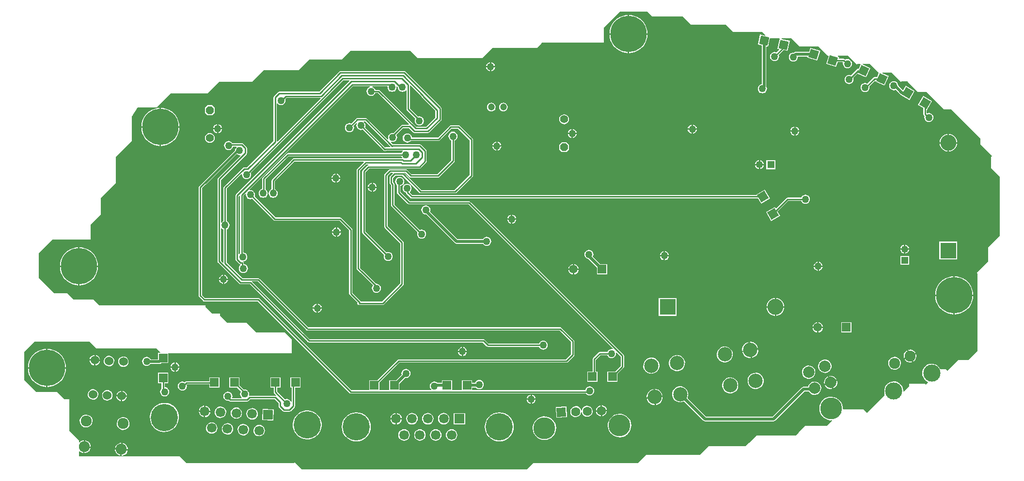
<source format=gtl>
%FSLAX25Y25*%
%MOIN*%
G70*
G01*
G75*
G04 Layer_Physical_Order=1*
G04 Layer_Color=255*
%ADD10P,0.08352X4X381.0*%
%ADD11R,0.05906X0.05906*%
%ADD12P,0.08352X4X393.0*%
%ADD13P,0.08352X4X375.0*%
%ADD14P,0.08352X4X387.0*%
%ADD15P,0.08352X4X165.0*%
%ADD16R,0.05906X0.05906*%
%ADD17C,0.01000*%
%ADD18C,0.01969*%
%ADD19C,0.07874*%
%ADD20C,0.14961*%
%ADD21C,0.11811*%
%ADD22C,0.07575*%
%ADD23C,0.09843*%
%ADD24P,0.08908X4X47.0*%
%ADD25C,0.06299*%
%ADD26C,0.18740*%
%ADD27P,0.09410X4X312.0*%
%ADD28C,0.06654*%
%ADD29C,0.05906*%
%ADD30C,0.11024*%
%ADD31R,0.11024X0.11024*%
%ADD32C,0.25000*%
%ADD33C,0.05512*%
%ADD34P,0.05966X8X112.5*%
%ADD35R,0.06654X0.06654*%
%ADD36R,0.11024X0.11024*%
%ADD37R,0.04921X0.04921*%
%ADD38C,0.04921*%
G04:AMPARAMS|DCode=39|XSize=60mil|YSize=59.96mil|CornerRadius=0mil|HoleSize=0mil|Usage=FLASHONLY|Rotation=357.000|XOffset=0mil|YOffset=0mil|HoleType=Round|Shape=Round|*
%AMOVALD39*
21,1,0.00004,0.05996,0.00000,0.00000,357.0*
1,1,0.05996,-0.00002,0.00000*
1,1,0.05996,0.00002,-0.00000*
%
%ADD39OVALD39*%

%ADD40C,0.04724*%
%ADD41R,0.04921X0.04921*%
%ADD42C,0.05000*%
G36*
X1107500Y993000D02*
X1108500Y992000D01*
X1129500D01*
X1133000Y988500D01*
X1135000Y986500D01*
X1159000D01*
X1163000Y982500D01*
X1164000Y981500D01*
X1184000D01*
X1186130Y979370D01*
X1185892Y978930D01*
X1182524Y979646D01*
X1181047Y972696D01*
X1183646Y972144D01*
Y945367D01*
X1183291Y945320D01*
X1182537Y945008D01*
X1181889Y944511D01*
X1181392Y943863D01*
X1181080Y943109D01*
X1180973Y942300D01*
X1181080Y941491D01*
X1181392Y940737D01*
X1181889Y940089D01*
X1182537Y939592D01*
X1183291Y939280D01*
X1184100Y939173D01*
X1184909Y939280D01*
X1185663Y939592D01*
X1186311Y940089D01*
X1186808Y940737D01*
X1187120Y941491D01*
X1187227Y942300D01*
X1187120Y943109D01*
X1186854Y943751D01*
X1186876Y943861D01*
Y971060D01*
X1187265Y971374D01*
X1187997Y971219D01*
X1189152Y976652D01*
X1189500Y977000D01*
X1195652D01*
X1195967Y976611D01*
X1194525Y969831D01*
X1195514Y969621D01*
X1195656Y969142D01*
X1193822Y967308D01*
X1193309Y967520D01*
X1192500Y967627D01*
X1191691Y967520D01*
X1190937Y967208D01*
X1190289Y966711D01*
X1189792Y966063D01*
X1189480Y965309D01*
X1189373Y964500D01*
X1189480Y963691D01*
X1189792Y962937D01*
X1190289Y962289D01*
X1190937Y961792D01*
X1191691Y961480D01*
X1192500Y961373D01*
X1193309Y961480D01*
X1194063Y961792D01*
X1194711Y962289D01*
X1195208Y962937D01*
X1195520Y963691D01*
X1195627Y964500D01*
X1195520Y965309D01*
X1195366Y965680D01*
X1198642Y968956D01*
X1201476Y968354D01*
X1202953Y975304D01*
X1197314Y976503D01*
X1197366Y977000D01*
X1204000D01*
X1209000Y972000D01*
X1209500Y971500D01*
X1222500D01*
X1229000Y965000D01*
X1229408D01*
X1229702Y964596D01*
X1228076Y959590D01*
X1234834Y957394D01*
X1235924Y960750D01*
X1238758D01*
X1239523Y960433D01*
X1239575Y960373D01*
X1239473Y959600D01*
X1239580Y958791D01*
X1239892Y958037D01*
X1240389Y957389D01*
X1241037Y956892D01*
X1241791Y956580D01*
X1242600Y956473D01*
X1243409Y956580D01*
X1244163Y956892D01*
X1244811Y957389D01*
X1245308Y958037D01*
X1245620Y958791D01*
X1245727Y959600D01*
X1245620Y960409D01*
X1245308Y961163D01*
X1244811Y961811D01*
X1244163Y962308D01*
X1243409Y962620D01*
X1242600Y962727D01*
X1241791Y962620D01*
X1241137Y962349D01*
X1240822Y962664D01*
X1240458Y962907D01*
X1240029Y962993D01*
X1240029Y962992D01*
X1237078D01*
X1236784Y963397D01*
X1237029Y964152D01*
X1235939Y964506D01*
X1236018Y965000D01*
X1243000D01*
X1249000Y959000D01*
X1249500Y959500D01*
X1251449D01*
X1251722Y959081D01*
X1250336Y955969D01*
X1250012Y956033D01*
X1249583Y955948D01*
X1249219Y955705D01*
X1245022Y951508D01*
X1244509Y951720D01*
X1243700Y951827D01*
X1242891Y951720D01*
X1242137Y951408D01*
X1241489Y950911D01*
X1240992Y950263D01*
X1240680Y949509D01*
X1240573Y948700D01*
X1240680Y947891D01*
X1240992Y947137D01*
X1241489Y946489D01*
X1242137Y945992D01*
X1242891Y945680D01*
X1243700Y945573D01*
X1244509Y945680D01*
X1245263Y945992D01*
X1245911Y946489D01*
X1246408Y947137D01*
X1246720Y947891D01*
X1246827Y948700D01*
X1246720Y949509D01*
X1246566Y949880D01*
X1249481Y952794D01*
X1255507Y950112D01*
X1258397Y956603D01*
X1252988Y959011D01*
X1253092Y959500D01*
X1258000D01*
X1263500Y954000D01*
X1264000Y953500D01*
X1264000Y953500D01*
X1264000D01*
X1264190Y953207D01*
X1262904Y950319D01*
X1261298D01*
X1261298Y950319D01*
X1260868Y950234D01*
X1260505Y949991D01*
X1260505Y949991D01*
X1256353Y945839D01*
X1256263Y945908D01*
X1255509Y946220D01*
X1254700Y946327D01*
X1253891Y946220D01*
X1253137Y945908D01*
X1252489Y945411D01*
X1251992Y944763D01*
X1251680Y944009D01*
X1251573Y943200D01*
X1251680Y942391D01*
X1251992Y941637D01*
X1252489Y940989D01*
X1253137Y940492D01*
X1253891Y940180D01*
X1254700Y940073D01*
X1255509Y940180D01*
X1256263Y940492D01*
X1256911Y940989D01*
X1257408Y941637D01*
X1257720Y942391D01*
X1257827Y943200D01*
X1257720Y944009D01*
X1257713Y944027D01*
X1261244Y947557D01*
X1261604Y947397D01*
X1261604Y947397D01*
X1268095Y944507D01*
X1270985Y950998D01*
X1266464Y953011D01*
X1266568Y953500D01*
X1273000D01*
X1279500Y947000D01*
X1280000Y947500D01*
X1284000D01*
Y947000D01*
X1291000Y940000D01*
X1297000D01*
X1305000Y932000D01*
X1309000Y928000D01*
X1314000D01*
X1330000Y912000D01*
X1334000Y908000D01*
Y904000D01*
X1342000Y896000D01*
X1341500Y895500D01*
Y891000D01*
Y887500D01*
X1347000Y882000D01*
X1347500Y881500D01*
Y849000D01*
Y841000D01*
X1341500Y835000D01*
X1339500Y833000D01*
Y825500D01*
Y823500D01*
X1331500Y815500D01*
X1332000Y815000D01*
Y765500D01*
Y761500D01*
X1331500Y761000D01*
X1326000Y755500D01*
X1319000D01*
X1311500Y748000D01*
X1310500Y749000D01*
X1306550D01*
X1306497Y749153D01*
X1305844Y750256D01*
X1304988Y751210D01*
X1303963Y751979D01*
X1302808Y752533D01*
X1301566Y752852D01*
X1300287Y752921D01*
X1299018Y752740D01*
X1297809Y752315D01*
X1296707Y751662D01*
X1295752Y750807D01*
X1294983Y749782D01*
X1294429Y748627D01*
X1294111Y747385D01*
X1294041Y746106D01*
X1294222Y744837D01*
X1294647Y743628D01*
X1295300Y742525D01*
X1296156Y741571D01*
X1297181Y740802D01*
X1297887Y740464D01*
X1297971Y739971D01*
X1296500Y738500D01*
X1296000Y739000D01*
X1285000D01*
Y737500D01*
X1281420Y733920D01*
X1280964Y734124D01*
X1280984Y734496D01*
X1280803Y735765D01*
X1280378Y736974D01*
X1279725Y738077D01*
X1278870Y739031D01*
X1277844Y739800D01*
X1276689Y740354D01*
X1275448Y740672D01*
X1274168Y740742D01*
X1272899Y740561D01*
X1271690Y740136D01*
X1270588Y739483D01*
X1269634Y738628D01*
X1268865Y737603D01*
X1268310Y736447D01*
X1267992Y735206D01*
X1267922Y733926D01*
X1268047Y733054D01*
X1268000Y733000D01*
X1268000D01*
Y731000D01*
X1256000Y719000D01*
X1253500Y721500D01*
X1240000D01*
X1239919Y721419D01*
X1239472Y721643D01*
X1239478Y721684D01*
X1239391Y723273D01*
X1238996Y724815D01*
X1238308Y726250D01*
X1237353Y727523D01*
X1236168Y728585D01*
X1234798Y729396D01*
X1233296Y729924D01*
X1231721Y730149D01*
X1230131Y730062D01*
X1228589Y729667D01*
X1227154Y728979D01*
X1225881Y728024D01*
X1224819Y726839D01*
X1224008Y725469D01*
X1223480Y723968D01*
X1223255Y722392D01*
X1223341Y720802D01*
X1223737Y719261D01*
X1224425Y717826D01*
X1225380Y716552D01*
X1226565Y715490D01*
X1227935Y714679D01*
X1229436Y714151D01*
X1231012Y713926D01*
X1231809Y713969D01*
X1232013Y713513D01*
X1230500Y712000D01*
X1228500Y710000D01*
X1213500D01*
X1209000Y705500D01*
X1207000Y703500D01*
X1180000D01*
X1175000Y698500D01*
X1172500Y696000D01*
X1147000D01*
X1144000Y693000D01*
X1141000Y690000D01*
X1104000D01*
X1100500Y686500D01*
X1098500Y684500D01*
X1026500D01*
X1023500Y681500D01*
X1022000Y680000D01*
X867500D01*
X862500Y685000D01*
X862000Y684500D01*
X788000D01*
X785000Y687500D01*
X783500Y689000D01*
X714000D01*
Y692534D01*
X714456Y692739D01*
X715219Y692065D01*
X716253Y691549D01*
X716890Y691419D01*
X717194Y695767D01*
D01*
X717499Y700117D01*
X716849Y700077D01*
X715753Y699711D01*
X714790Y699073D01*
X714468Y698709D01*
X714000Y698886D01*
Y700000D01*
X708000Y706000D01*
X707500Y706500D01*
Y728500D01*
X704000D01*
X699000Y733500D01*
X684500D01*
X677000Y741000D01*
X676500Y741500D01*
Y761000D01*
X683500Y768000D01*
X721500D01*
X724500Y765000D01*
X726000Y763500D01*
X767500D01*
X770095Y760905D01*
X769904Y760443D01*
X768447D01*
Y755915D01*
X763369D01*
X763308Y756063D01*
X762811Y756711D01*
X762163Y757208D01*
X761409Y757520D01*
X760600Y757627D01*
X759791Y757520D01*
X759037Y757208D01*
X758389Y756711D01*
X757892Y756063D01*
X757580Y755309D01*
X757473Y754500D01*
X757580Y753691D01*
X757892Y752937D01*
X758389Y752289D01*
X759037Y751792D01*
X759791Y751480D01*
X760600Y751373D01*
X761409Y751480D01*
X762163Y751792D01*
X762811Y752289D01*
X763115Y752685D01*
X769410D01*
X770028Y752808D01*
X770552Y753158D01*
X770672Y753337D01*
X775553D01*
Y760000D01*
X860500D01*
Y769500D01*
X860000Y770000D01*
X855500Y774500D01*
X836000D01*
X835500Y775000D01*
X829500Y781000D01*
X816000D01*
X811000Y786000D01*
Y787500D01*
X805500D01*
X801000Y792000D01*
Y793000D01*
X728000D01*
X725500Y795500D01*
X724000Y797000D01*
X710500D01*
X707000Y800500D01*
X706000Y801500D01*
X697000D01*
X688500Y810000D01*
X686500Y812000D01*
Y826500D01*
Y829000D01*
X693500Y836000D01*
X696000Y838500D01*
X722000D01*
Y848500D01*
X726500Y853000D01*
X729000Y855500D01*
Y867000D01*
X738500Y876500D01*
X739500Y877500D01*
Y895000D01*
Y895500D01*
X748500Y904500D01*
X750500Y906500D01*
Y923000D01*
X754500Y929500D01*
X767500D01*
X777000Y939000D01*
X802500D01*
X810500Y947000D01*
X833000D01*
X839500Y953500D01*
X841000Y955000D01*
X865000D01*
X871000Y961000D01*
X872500Y962500D01*
X895000D01*
X900500Y968000D01*
X901000Y968500D01*
X942000D01*
X947000Y963500D01*
X991500D01*
X997000Y969000D01*
X998500Y970500D01*
X1029000D01*
X1032000Y973500D01*
X1032500Y974000D01*
X1075000D01*
Y984500D01*
X1086000Y995500D01*
X1105000D01*
X1107500Y993000D01*
D02*
G37*
%LPC*%
G36*
X1107154Y757073D02*
X1105741Y756734D01*
X1104463Y756040D01*
X1103409Y755040D01*
X1102649Y753800D01*
X1102236Y752406D01*
X1102198Y750953D01*
X1102538Y749539D01*
X1103231Y748262D01*
X1104232Y747207D01*
X1105472Y746448D01*
X1106865Y746035D01*
X1108319Y745997D01*
X1109732Y746336D01*
X1111010Y747030D01*
X1112064Y748030D01*
X1112824Y749270D01*
X1113237Y750664D01*
X1113275Y752117D01*
X1112936Y753531D01*
X1112242Y754808D01*
X1111241Y755863D01*
X1110002Y756622D01*
X1108608Y757035D01*
X1107154Y757073D01*
D02*
G37*
G36*
X779600Y750100D02*
X777039D01*
X777080Y749791D01*
X777392Y749037D01*
X777889Y748389D01*
X778537Y747892D01*
X779291Y747580D01*
X779600Y747539D01*
Y750100D01*
D02*
G37*
G36*
X1226660Y755697D02*
X1225494Y755439D01*
X1224434Y754887D01*
X1223554Y754080D01*
X1222912Y753072D01*
X1222552Y751933D01*
X1222500Y750739D01*
X1222759Y749573D01*
X1223310Y748514D01*
X1224118Y747633D01*
X1225125Y746991D01*
X1226264Y746632D01*
X1227458Y746580D01*
X1228624Y746838D01*
X1229684Y747390D01*
X1230565Y748197D01*
X1231207Y749204D01*
X1231566Y750344D01*
X1231618Y751537D01*
X1231359Y752704D01*
X1230808Y753763D01*
X1230001Y754644D01*
X1228993Y755286D01*
X1227854Y755645D01*
X1226660Y755697D01*
D02*
G37*
G36*
X1230700Y744598D02*
X1230026Y744449D01*
X1231398Y740681D01*
X1235166Y742052D01*
X1234847Y742664D01*
X1234040Y743545D01*
X1233033Y744187D01*
X1231893Y744546D01*
X1230700Y744598D01*
D02*
G37*
G36*
X810663Y743553D02*
X803557D01*
Y740922D01*
X787900D01*
X787900Y740922D01*
X787471Y740836D01*
X787107Y740593D01*
X787107Y740593D01*
X786734Y740220D01*
X786009Y740520D01*
X785200Y740627D01*
X784391Y740520D01*
X783637Y740208D01*
X782989Y739711D01*
X782492Y739063D01*
X782180Y738309D01*
X782073Y737500D01*
X782180Y736691D01*
X782492Y735937D01*
X782989Y735289D01*
X783637Y734792D01*
X784391Y734480D01*
X785200Y734373D01*
X786009Y734480D01*
X786763Y734792D01*
X787411Y735289D01*
X787908Y735937D01*
X788220Y736691D01*
X788327Y737500D01*
X788220Y738309D01*
X788154Y738468D01*
X788365Y738678D01*
X803557D01*
Y736447D01*
X810663D01*
Y743553D01*
D02*
G37*
G36*
X1215561Y751657D02*
X1214395Y751399D01*
X1213336Y750847D01*
X1212455Y750040D01*
X1211813Y749033D01*
X1211454Y747893D01*
X1211402Y746700D01*
X1211660Y745534D01*
X1212212Y744474D01*
X1213019Y743593D01*
X1214026Y742951D01*
X1215166Y742592D01*
X1216359Y742540D01*
X1217525Y742799D01*
X1218585Y743350D01*
X1219466Y744157D01*
X1220108Y745165D01*
X1220467Y746304D01*
X1220519Y747498D01*
X1220261Y748664D01*
X1219709Y749723D01*
X1218902Y750604D01*
X1217894Y751246D01*
X1216755Y751605D01*
X1215561Y751657D01*
D02*
G37*
G36*
X783161Y750100D02*
X780600D01*
Y747539D01*
X780909Y747580D01*
X781663Y747892D01*
X782311Y748389D01*
X782808Y749037D01*
X783120Y749791D01*
X783161Y750100D01*
D02*
G37*
G36*
X692500Y763101D02*
Y750500D01*
X705101D01*
X704979Y752056D01*
X704497Y754061D01*
X703708Y755966D01*
X702631Y757724D01*
X701292Y759292D01*
X699724Y760631D01*
X697966Y761708D01*
X696061Y762497D01*
X694056Y762979D01*
X692500Y763101D01*
D02*
G37*
G36*
X744780Y757912D02*
X743836Y757837D01*
X742943Y757521D01*
X742162Y756984D01*
X741547Y756264D01*
X741139Y755409D01*
X740966Y754477D01*
X741041Y753533D01*
X741357Y752640D01*
X741893Y751859D01*
X742614Y751244D01*
X743469Y750836D01*
X744401Y750663D01*
X744404Y750663D01*
X745349Y750737D01*
X746242Y751054D01*
X747023Y751590D01*
X747638Y752311D01*
X748046Y753166D01*
X748218Y754097D01*
X748144Y755042D01*
X747828Y755935D01*
X747291Y756716D01*
X746571Y757331D01*
X745716Y757739D01*
X744784Y757911D01*
X744780Y757912D01*
D02*
G37*
G36*
X779600Y753661D02*
X779291Y753620D01*
X778537Y753308D01*
X777889Y752811D01*
X777392Y752163D01*
X777080Y751409D01*
X777039Y751100D01*
X779600D01*
Y753661D01*
D02*
G37*
G36*
X1124774Y758925D02*
X1123360Y758586D01*
X1122083Y757892D01*
X1121028Y756891D01*
X1120269Y755652D01*
X1119856Y754258D01*
X1119818Y752805D01*
X1120157Y751391D01*
X1120851Y750113D01*
X1121851Y749059D01*
X1123091Y748299D01*
X1124485Y747887D01*
X1125938Y747848D01*
X1127352Y748188D01*
X1128629Y748881D01*
X1129684Y749882D01*
X1130443Y751122D01*
X1130856Y752516D01*
X1130894Y753969D01*
X1130555Y755382D01*
X1129861Y756660D01*
X1128861Y757715D01*
X1127621Y758474D01*
X1126227Y758887D01*
X1124774Y758925D01*
D02*
G37*
G36*
X1275358Y757628D02*
X1274204Y757578D01*
X1273102Y757230D01*
X1272128Y756609D01*
X1271348Y755758D01*
X1270814Y754733D01*
X1270564Y753605D01*
X1270615Y752451D01*
X1270962Y751349D01*
X1271583Y750375D01*
X1272434Y749595D01*
X1273459Y749061D01*
X1274587Y748811D01*
X1275741Y748862D01*
X1276843Y749209D01*
X1277817Y749830D01*
X1278598Y750681D01*
X1279131Y751706D01*
X1279381Y752834D01*
X1279331Y753988D01*
X1278983Y755090D01*
X1278362Y756064D01*
X1277511Y756845D01*
X1276486Y757378D01*
X1275358Y757628D01*
D02*
G37*
G36*
X691500Y763101D02*
X689944Y762979D01*
X687939Y762497D01*
X686034Y761708D01*
X684276Y760631D01*
X682708Y759292D01*
X681369Y757724D01*
X680292Y755966D01*
X679503Y754061D01*
X679021Y752056D01*
X678899Y750500D01*
X691500D01*
Y763101D01*
D02*
G37*
G36*
X1229086Y744107D02*
X1228474Y743788D01*
X1227593Y742981D01*
X1226951Y741974D01*
X1226592Y740834D01*
X1226540Y739641D01*
X1226689Y738967D01*
X1230458Y740339D01*
X1229086Y744107D01*
D02*
G37*
G36*
X775553Y746663D02*
X768447D01*
Y739557D01*
X770878D01*
Y735880D01*
X770789Y735811D01*
X770292Y735163D01*
X769980Y734409D01*
X769873Y733600D01*
X769980Y732791D01*
X770292Y732037D01*
X770789Y731389D01*
X771437Y730892D01*
X772191Y730580D01*
X773000Y730473D01*
X773809Y730580D01*
X774563Y730892D01*
X775211Y731389D01*
X775708Y732037D01*
X776020Y732791D01*
X776127Y733600D01*
X776020Y734409D01*
X775708Y735163D01*
X775211Y735811D01*
X774563Y736308D01*
X773809Y736620D01*
X773122Y736711D01*
Y739557D01*
X775553D01*
Y746663D01*
D02*
G37*
G36*
X1109922Y735525D02*
X1110445Y730549D01*
X1115421Y731073D01*
X1115199Y731996D01*
X1114505Y733273D01*
X1113505Y734328D01*
X1112265Y735087D01*
X1110871Y735500D01*
X1109922Y735525D01*
D02*
G37*
G36*
X744042Y734230D02*
X743882Y731171D01*
X746943Y731010D01*
X746908Y731452D01*
X746592Y732345D01*
X746055Y733126D01*
X745334Y733741D01*
X744479Y734149D01*
X744042Y734230D01*
D02*
G37*
G36*
X1024600Y731561D02*
X1024291Y731520D01*
X1023537Y731208D01*
X1022889Y730711D01*
X1022392Y730063D01*
X1022080Y729309D01*
X1022039Y729000D01*
X1024600D01*
Y731561D01*
D02*
G37*
G36*
X1025600D02*
Y729000D01*
X1028161D01*
X1028120Y729309D01*
X1027808Y730063D01*
X1027311Y730711D01*
X1026663Y731208D01*
X1025909Y731520D01*
X1025600Y731561D01*
D02*
G37*
G36*
X1108928Y735421D02*
X1108004Y735199D01*
X1106727Y734505D01*
X1105672Y733505D01*
X1104913Y732265D01*
X1104500Y730871D01*
X1104475Y729922D01*
X1109451Y730445D01*
X1108928Y735421D01*
D02*
G37*
G36*
X743043Y734283D02*
X742599Y734248D01*
X741707Y733931D01*
X740926Y733395D01*
X740310Y732674D01*
X739903Y731819D01*
X739822Y731384D01*
X742883Y731223D01*
X743043Y734283D01*
D02*
G37*
G36*
X1235508Y741112D02*
X1231740Y739741D01*
X1233111Y735972D01*
X1233724Y736291D01*
X1234604Y737098D01*
X1235246Y738106D01*
X1235605Y739245D01*
X1235658Y740439D01*
X1235508Y741112D01*
D02*
G37*
G36*
X691500Y749500D02*
X678899D01*
X679021Y747944D01*
X679503Y745939D01*
X680292Y744034D01*
X681369Y742276D01*
X682708Y740708D01*
X684276Y739369D01*
X686034Y738292D01*
X687939Y737503D01*
X689944Y737021D01*
X691500Y736899D01*
Y749500D01*
D02*
G37*
G36*
X705101D02*
X692500D01*
Y736899D01*
X694056Y737021D01*
X696061Y737503D01*
X697966Y738292D01*
X699724Y739369D01*
X701292Y740708D01*
X702631Y742276D01*
X703708Y744034D01*
X704497Y745939D01*
X704979Y747944D01*
X705101Y749500D01*
D02*
G37*
G36*
X1162485Y743548D02*
X1161033Y743484D01*
X1159647Y743047D01*
X1158420Y742266D01*
X1157438Y741194D01*
X1156767Y739905D01*
X1156452Y738485D01*
X1156516Y737033D01*
X1156953Y735646D01*
X1157734Y734420D01*
X1158806Y733438D01*
X1160095Y732767D01*
X1161515Y732452D01*
X1162967Y732516D01*
X1164353Y732953D01*
X1165580Y733734D01*
X1166562Y734806D01*
X1167233Y736095D01*
X1167548Y737515D01*
X1167484Y738967D01*
X1167047Y740353D01*
X1166266Y741580D01*
X1165194Y742562D01*
X1163905Y743233D01*
X1162485Y743548D01*
D02*
G37*
G36*
X1230800Y739399D02*
X1227031Y738027D01*
X1227350Y737415D01*
X1228157Y736534D01*
X1229165Y735892D01*
X1230304Y735533D01*
X1231498Y735481D01*
X1232172Y735630D01*
X1230800Y739399D01*
D02*
G37*
G36*
X1179933Y746624D02*
X1178480Y746561D01*
X1177094Y746124D01*
X1175868Y745342D01*
X1174886Y744271D01*
X1174214Y742981D01*
X1173900Y741562D01*
X1173963Y740109D01*
X1174400Y738723D01*
X1175181Y737497D01*
X1176253Y736515D01*
X1177543Y735843D01*
X1178962Y735529D01*
X1180414Y735592D01*
X1181801Y736029D01*
X1183027Y736810D01*
X1184009Y737882D01*
X1184680Y739172D01*
X1184995Y740591D01*
X1184932Y742043D01*
X1184494Y743430D01*
X1183713Y744656D01*
X1182642Y745638D01*
X1181352Y746310D01*
X1179933Y746624D01*
D02*
G37*
G36*
X1221693Y777500D02*
X1218675D01*
X1218731Y777072D01*
X1219090Y776208D01*
X1219659Y775466D01*
X1220401Y774897D01*
X1221265Y774539D01*
X1221693Y774482D01*
Y777500D01*
D02*
G37*
G36*
X1225710D02*
X1222693D01*
Y774482D01*
X1223120Y774539D01*
X1223985Y774897D01*
X1224727Y775466D01*
X1225296Y776208D01*
X1225654Y777072D01*
X1225710Y777500D01*
D02*
G37*
G36*
X1221693Y781518D02*
X1221265Y781461D01*
X1220401Y781103D01*
X1219659Y780534D01*
X1219090Y779792D01*
X1218731Y778928D01*
X1218675Y778500D01*
X1221693D01*
Y781518D01*
D02*
G37*
G36*
X934600Y881527D02*
X933791Y881420D01*
X933037Y881108D01*
X932389Y880611D01*
X931892Y879963D01*
X931580Y879209D01*
X931473Y878400D01*
X931580Y877591D01*
X931892Y876837D01*
X932389Y876189D01*
X932778Y875890D01*
Y870900D01*
X932778Y870900D01*
X932864Y870471D01*
X933107Y870107D01*
X940207Y863007D01*
X940207Y863007D01*
X940571Y862764D01*
X940571Y862764D01*
X940571Y862764D01*
D01*
X940571Y862764D01*
X940571Y862764D01*
X941000Y862678D01*
X941000Y862678D01*
X981935D01*
X1081232Y763382D01*
X1081011Y762933D01*
X1080300Y763027D01*
X1079491Y762920D01*
X1078737Y762608D01*
X1078089Y762111D01*
X1077592Y761463D01*
X1077409Y761022D01*
X1072300D01*
X1071871Y760936D01*
X1071507Y760693D01*
X1071507Y760693D01*
X1067607Y756793D01*
X1067364Y756429D01*
X1067278Y756000D01*
X1067278Y756000D01*
Y747553D01*
X1063558D01*
Y740447D01*
X1070663D01*
Y747553D01*
X1069522D01*
Y755535D01*
X1072765Y758778D01*
X1077409D01*
X1077592Y758337D01*
X1078089Y757689D01*
X1078737Y757192D01*
X1079491Y756880D01*
X1080300Y756773D01*
X1081109Y756880D01*
X1081863Y757192D01*
X1082511Y757689D01*
X1083008Y758337D01*
X1083320Y759091D01*
X1083427Y759900D01*
X1083333Y760611D01*
X1083782Y760832D01*
X1086678Y757935D01*
Y751375D01*
X1082856Y747553D01*
X1077337D01*
Y740447D01*
X1084443D01*
Y745967D01*
X1088593Y750117D01*
X1088593Y750117D01*
X1088836Y750481D01*
X1088836Y750481D01*
X1088836Y750481D01*
X1088922Y750910D01*
X1088922Y750910D01*
Y758400D01*
X1088922Y758400D01*
X1088836Y758829D01*
X1088593Y759193D01*
X983193Y864593D01*
X982829Y864836D01*
X982400Y864922D01*
X982400Y864922D01*
X941465D01*
X935022Y871365D01*
Y875329D01*
X935409Y875380D01*
X936163Y875692D01*
X936811Y876189D01*
X937308Y876837D01*
X937620Y877591D01*
X937727Y878400D01*
X937620Y879209D01*
X937308Y879963D01*
X936811Y880611D01*
X936163Y881108D01*
X935409Y881420D01*
X934600Y881527D01*
D02*
G37*
G36*
X1176173Y767949D02*
X1175224Y767907D01*
X1176093Y762980D01*
X1181020Y763849D01*
X1180734Y764754D01*
X1179953Y765981D01*
X1178881Y766963D01*
X1177592Y767634D01*
X1176173Y767949D01*
D02*
G37*
G36*
X1245431Y781553D02*
X1238325D01*
Y774447D01*
X1245431D01*
Y781553D01*
D02*
G37*
G36*
X1222693Y781518D02*
Y778500D01*
X1225710D01*
X1225654Y778928D01*
X1225296Y779792D01*
X1224727Y780534D01*
X1223985Y781103D01*
X1223120Y781461D01*
X1222693Y781518D01*
D02*
G37*
G36*
X1315500Y799500D02*
X1302899D01*
X1303021Y797944D01*
X1303503Y795939D01*
X1304292Y794034D01*
X1305369Y792276D01*
X1306708Y790708D01*
X1308276Y789369D01*
X1310034Y788292D01*
X1311939Y787503D01*
X1313944Y787021D01*
X1315500Y786899D01*
Y799500D01*
D02*
G37*
G36*
X1329101D02*
X1316500D01*
Y786899D01*
X1318056Y787021D01*
X1320061Y787503D01*
X1321966Y788292D01*
X1323724Y789369D01*
X1325292Y790708D01*
X1326631Y792276D01*
X1327708Y794034D01*
X1328497Y795939D01*
X1328979Y797944D01*
X1329101Y799500D01*
D02*
G37*
G36*
X877400Y790700D02*
X874839D01*
X874880Y790391D01*
X875192Y789637D01*
X875689Y788989D01*
X876337Y788492D01*
X877091Y788180D01*
X877400Y788139D01*
Y790700D01*
D02*
G37*
G36*
X1125025Y798112D02*
X1112802D01*
Y785888D01*
X1125025D01*
Y798112D01*
D02*
G37*
G36*
X1192587Y791500D02*
X1186994D01*
X1187063Y790802D01*
X1187413Y789650D01*
X1187980Y788588D01*
X1188744Y787657D01*
X1189675Y786894D01*
X1190736Y786326D01*
X1191889Y785977D01*
X1192587Y785908D01*
Y791500D01*
D02*
G37*
G36*
X1199179D02*
X1193587D01*
Y785908D01*
X1194285Y785977D01*
X1195437Y786326D01*
X1196499Y786894D01*
X1197429Y787657D01*
X1198193Y788588D01*
X1198761Y789650D01*
X1199110Y790802D01*
X1199179Y791500D01*
D02*
G37*
G36*
X1174239Y767734D02*
X1173334Y767448D01*
X1172108Y766667D01*
X1171126Y765595D01*
X1170454Y764306D01*
X1170140Y762886D01*
X1170181Y761938D01*
X1175108Y762807D01*
X1174239Y767734D01*
D02*
G37*
G36*
X721348Y755005D02*
X721383Y754563D01*
X721699Y753670D01*
X722235Y752890D01*
X722956Y752274D01*
X723811Y751866D01*
X724248Y751785D01*
X724409Y754845D01*
X721348Y755005D01*
D02*
G37*
G36*
X1158725Y764872D02*
X1157273Y764809D01*
X1155886Y764372D01*
X1154660Y763591D01*
X1153678Y762519D01*
X1153007Y761229D01*
X1152692Y759810D01*
X1152756Y758357D01*
X1153193Y756971D01*
X1153974Y755745D01*
X1155046Y754763D01*
X1156335Y754092D01*
X1157755Y753777D01*
X1159207Y753840D01*
X1160593Y754277D01*
X1161819Y755058D01*
X1162802Y756130D01*
X1163473Y757420D01*
X1163788Y758839D01*
X1163724Y760292D01*
X1163287Y761678D01*
X1162506Y762904D01*
X1161434Y763886D01*
X1160145Y764558D01*
X1158725Y764872D01*
D02*
G37*
G36*
X1285435Y757547D02*
X1281937Y755916D01*
X1282287Y755367D01*
X1283139Y754586D01*
X1284163Y754053D01*
X1285291Y753803D01*
X1286445Y753853D01*
X1287066Y754049D01*
X1285435Y757547D01*
D02*
G37*
G36*
X780600Y753661D02*
Y751100D01*
X783161D01*
X783120Y751409D01*
X782808Y752163D01*
X782311Y752811D01*
X781663Y753308D01*
X780909Y753620D01*
X780600Y753661D01*
D02*
G37*
G36*
X734951Y758427D02*
X734007Y758353D01*
X733114Y758036D01*
X732333Y757500D01*
X731718Y756779D01*
X731310Y755924D01*
X731137Y754993D01*
X731212Y754048D01*
X731528Y753155D01*
X732064Y752374D01*
X732785Y751759D01*
X733640Y751351D01*
X734571Y751179D01*
X734575Y751178D01*
X735520Y751253D01*
X736413Y751569D01*
X737193Y752106D01*
X737809Y752826D01*
X738217Y753681D01*
X738389Y754613D01*
X738315Y755557D01*
X737999Y756450D01*
X737462Y757231D01*
X736742Y757846D01*
X735887Y758254D01*
X734955Y758427D01*
X734951Y758427D01*
D02*
G37*
G36*
X725407Y754792D02*
X725247Y751733D01*
X725691Y751768D01*
X726584Y752084D01*
X727364Y752621D01*
X727980Y753341D01*
X728388Y754196D01*
X728468Y754632D01*
X725407Y754792D01*
D02*
G37*
G36*
X1289839Y759600D02*
X1286341Y757969D01*
X1287973Y754471D01*
X1288521Y754821D01*
X1289302Y755673D01*
X1289835Y756698D01*
X1290085Y757826D01*
X1290035Y758980D01*
X1289839Y759600D01*
D02*
G37*
G36*
X1175282Y761822D02*
X1170355Y760953D01*
X1170640Y760047D01*
X1171421Y758821D01*
X1172493Y757839D01*
X1173783Y757168D01*
X1175202Y756853D01*
X1176151Y756895D01*
X1175282Y761822D01*
D02*
G37*
G36*
X1181194Y762864D02*
X1176266Y761995D01*
X1177135Y757068D01*
X1178041Y757354D01*
X1179267Y758135D01*
X1180249Y759207D01*
X1180920Y760496D01*
X1181235Y761916D01*
X1181194Y762864D01*
D02*
G37*
G36*
X1286063Y762620D02*
X1284908Y762569D01*
X1284288Y762373D01*
X1285919Y758876D01*
X1289417Y760507D01*
X1289067Y761056D01*
X1288215Y761836D01*
X1287191Y762369D01*
X1286063Y762620D01*
D02*
G37*
G36*
X725620Y758850D02*
X725460Y755791D01*
X728521Y755630D01*
X728486Y756072D01*
X728170Y756965D01*
X727633Y757746D01*
X726913Y758361D01*
X726058Y758769D01*
X725620Y758850D01*
D02*
G37*
G36*
X724621Y758903D02*
X724178Y758868D01*
X723285Y758551D01*
X722504Y758015D01*
X721889Y757294D01*
X721481Y756439D01*
X721400Y756004D01*
X724461Y755843D01*
X724621Y758903D01*
D02*
G37*
G36*
X1283381Y761951D02*
X1282832Y761601D01*
X1282052Y760749D01*
X1281518Y759725D01*
X1281269Y758597D01*
X1281319Y757443D01*
X1281515Y756822D01*
X1285013Y758453D01*
X1283381Y761951D01*
D02*
G37*
G36*
X816427Y712008D02*
X815396Y711927D01*
X814421Y711582D01*
X813569Y710996D01*
X812898Y710210D01*
X812453Y709277D01*
X812264Y708260D01*
X812346Y707229D01*
X812691Y706255D01*
X813276Y705403D01*
X814062Y704731D01*
X814996Y704286D01*
X816012Y704098D01*
X817043Y704179D01*
X818018Y704524D01*
X818870Y705110D01*
X819541Y705896D01*
X819986Y706829D01*
X820175Y707845D01*
X820094Y708876D01*
X819749Y709851D01*
X819163Y710703D01*
X818377Y711375D01*
X817443Y711820D01*
X816427Y712008D01*
D02*
G37*
G36*
X805536Y712579D02*
X804506Y712498D01*
X803531Y712153D01*
X802679Y711567D01*
X802007Y710781D01*
X801562Y709847D01*
X801374Y708831D01*
X801455Y707800D01*
X801800Y706825D01*
X802386Y705973D01*
X803172Y705302D01*
X804105Y704857D01*
X805122Y704668D01*
X806153Y704749D01*
X807127Y705095D01*
X807979Y705680D01*
X808651Y706466D01*
X809096Y707400D01*
X809284Y708416D01*
X809203Y709447D01*
X808858Y710422D01*
X808272Y711274D01*
X807486Y711945D01*
X806553Y712390D01*
X805536Y712579D01*
D02*
G37*
G36*
X773356Y725929D02*
X771394Y725839D01*
X769488Y725368D01*
X767710Y724535D01*
X766128Y723370D01*
X764805Y721919D01*
X763790Y720238D01*
X763122Y718391D01*
X762827Y716449D01*
X762917Y714487D01*
X763388Y712581D01*
X764222Y710803D01*
X765387Y709221D01*
X766838Y707898D01*
X768519Y706882D01*
X770366Y706215D01*
X772308Y705920D01*
X774270Y706010D01*
X776176Y706481D01*
X777954Y707315D01*
X779536Y708480D01*
X780859Y709931D01*
X781874Y711612D01*
X782542Y713459D01*
X782837Y715401D01*
X782747Y717362D01*
X782276Y719269D01*
X781442Y721047D01*
X780277Y722628D01*
X778826Y723952D01*
X777145Y724967D01*
X775298Y725635D01*
X773356Y725929D01*
D02*
G37*
G36*
X1085586Y718432D02*
X1084008Y718221D01*
X1082502Y717706D01*
X1081125Y716907D01*
X1079931Y715855D01*
X1078965Y714590D01*
X1078264Y713161D01*
X1077855Y711623D01*
X1077755Y710034D01*
X1077966Y708457D01*
X1078481Y706951D01*
X1079280Y705574D01*
X1080332Y704380D01*
X1081597Y703413D01*
X1083026Y702713D01*
X1084564Y702304D01*
X1086153Y702203D01*
X1087730Y702415D01*
X1089236Y702929D01*
X1090613Y703728D01*
X1091807Y704780D01*
X1092774Y706045D01*
X1093474Y707474D01*
X1093883Y709013D01*
X1093984Y710601D01*
X1093773Y712179D01*
X1093258Y713685D01*
X1092459Y715062D01*
X1091407Y716256D01*
X1090142Y717222D01*
X1088713Y717923D01*
X1087174Y718332D01*
X1085586Y718432D01*
D02*
G37*
G36*
X838208Y710867D02*
X837177Y710785D01*
X836203Y710440D01*
X835351Y709855D01*
X834679Y709068D01*
X834234Y708135D01*
X834046Y707119D01*
X834127Y706088D01*
X834472Y705113D01*
X835058Y704261D01*
X835844Y703590D01*
X836777Y703145D01*
X837794Y702956D01*
X838824Y703037D01*
X839799Y703382D01*
X840651Y703968D01*
X841323Y704754D01*
X841768Y705688D01*
X841956Y706704D01*
X841875Y707735D01*
X841530Y708709D01*
X840944Y709562D01*
X840158Y710233D01*
X839225Y710678D01*
X838208Y710867D01*
D02*
G37*
G36*
X827318Y711437D02*
X826287Y711356D01*
X825312Y711011D01*
X824460Y710425D01*
X823789Y709639D01*
X823343Y708706D01*
X823155Y707689D01*
X823236Y706659D01*
X823581Y705684D01*
X824167Y704832D01*
X824953Y704160D01*
X825886Y703715D01*
X826903Y703527D01*
X827934Y703608D01*
X828908Y703953D01*
X829760Y704539D01*
X830432Y705325D01*
X830877Y706258D01*
X831065Y707275D01*
X830984Y708306D01*
X830639Y709280D01*
X830054Y710132D01*
X829267Y710804D01*
X828334Y711249D01*
X827318Y711437D01*
D02*
G37*
G36*
X744766Y716036D02*
X743613Y715966D01*
X742517Y715599D01*
X741554Y714961D01*
X740789Y714096D01*
X740273Y713062D01*
X740043Y711930D01*
X740113Y710777D01*
X740480Y709682D01*
X741117Y708718D01*
X741983Y707953D01*
X743017Y707437D01*
X744149Y707207D01*
X745302Y707278D01*
X746397Y707644D01*
X747361Y708282D01*
X748126Y709147D01*
X748641Y710181D01*
X748872Y711313D01*
X748801Y712466D01*
X748435Y713561D01*
X747797Y714525D01*
X746932Y715290D01*
X745898Y715806D01*
X744766Y716036D01*
D02*
G37*
G36*
X964906Y718953D02*
X963881Y718818D01*
X962925Y718422D01*
X962105Y717793D01*
X961476Y716972D01*
X961080Y716017D01*
X960945Y714992D01*
X961080Y713967D01*
X961476Y713012D01*
X962105Y712192D01*
X962925Y711562D01*
X963881Y711166D01*
X964906Y711031D01*
X965931Y711166D01*
X966886Y711562D01*
X967706Y712192D01*
X968336Y713012D01*
X968731Y713967D01*
X968866Y714992D01*
X968731Y716017D01*
X968336Y716972D01*
X967706Y717793D01*
X966886Y718422D01*
X965931Y718818D01*
X964906Y718953D01*
D02*
G37*
G36*
X979738Y718919D02*
X971884D01*
Y711065D01*
X979738D01*
Y718919D01*
D02*
G37*
G36*
X931689Y714492D02*
X928294D01*
X928363Y713967D01*
X928759Y713012D01*
X929388Y712192D01*
X930209Y711562D01*
X931164Y711166D01*
X931689Y711097D01*
Y714492D01*
D02*
G37*
G36*
X719238Y717821D02*
X718085Y717751D01*
X716989Y717384D01*
X716026Y716747D01*
X715260Y715881D01*
X714745Y714847D01*
X714515Y713715D01*
X714585Y712562D01*
X714952Y711467D01*
X715589Y710503D01*
X716455Y709738D01*
X717488Y709223D01*
X718620Y708992D01*
X719773Y709063D01*
X720869Y709429D01*
X721832Y710067D01*
X722598Y710932D01*
X723113Y711966D01*
X723344Y713098D01*
X723273Y714251D01*
X722906Y715347D01*
X722269Y716310D01*
X721404Y717075D01*
X720370Y717591D01*
X719238Y717821D01*
D02*
G37*
G36*
X943095Y718953D02*
X942070Y718818D01*
X941114Y718422D01*
X940294Y717793D01*
X939665Y716972D01*
X939269Y716017D01*
X939134Y714992D01*
X939269Y713967D01*
X939665Y713012D01*
X940294Y712192D01*
X941114Y711562D01*
X942070Y711166D01*
X943095Y711031D01*
X944120Y711166D01*
X945075Y711562D01*
X945895Y712192D01*
X946525Y713012D01*
X946920Y713967D01*
X947055Y714992D01*
X946920Y716017D01*
X946525Y716972D01*
X945895Y717793D01*
X945075Y718422D01*
X944120Y718818D01*
X943095Y718953D01*
D02*
G37*
G36*
X954000D02*
X952975Y718818D01*
X952020Y718422D01*
X951199Y717793D01*
X950570Y716972D01*
X950174Y716017D01*
X950039Y714992D01*
X950174Y713967D01*
X950570Y713012D01*
X951199Y712192D01*
X952020Y711562D01*
X952975Y711166D01*
X954000Y711031D01*
X955025Y711166D01*
X955980Y711562D01*
X956801Y712192D01*
X957430Y713012D01*
X957826Y713967D01*
X957961Y714992D01*
X957826Y716017D01*
X957430Y716972D01*
X956801Y717793D01*
X955980Y718422D01*
X955025Y718818D01*
X954000Y718953D01*
D02*
G37*
G36*
X871607Y720780D02*
X869645Y720690D01*
X867739Y720220D01*
X865961Y719386D01*
X864379Y718221D01*
X863056Y716770D01*
X862041Y715089D01*
X861373Y713242D01*
X861078Y711300D01*
X861168Y709338D01*
X861639Y707432D01*
X862473Y705653D01*
X863638Y704072D01*
X865089Y702749D01*
X866770Y701733D01*
X868617Y701066D01*
X870559Y700771D01*
X872521Y700861D01*
X874427Y701332D01*
X876205Y702166D01*
X877787Y703331D01*
X879110Y704782D01*
X880125Y706463D01*
X880793Y708310D01*
X881088Y710252D01*
X880998Y712213D01*
X880527Y714120D01*
X879693Y715898D01*
X878528Y717479D01*
X877077Y718803D01*
X875396Y719818D01*
X873549Y720486D01*
X871607Y720780D01*
D02*
G37*
G36*
X744024Y698262D02*
X743755Y694412D01*
X747605Y694143D01*
X747565Y694793D01*
X747199Y695888D01*
X746561Y696851D01*
X745696Y697617D01*
X744662Y698132D01*
X744024Y698262D01*
D02*
G37*
G36*
X743027Y698332D02*
X742377Y698292D01*
X741282Y697926D01*
X740318Y697288D01*
X739553Y696423D01*
X739037Y695389D01*
X738907Y694751D01*
X742758Y694482D01*
X743027Y698332D01*
D02*
G37*
G36*
X718496Y700047D02*
X718227Y696197D01*
X722077Y695928D01*
X722037Y696578D01*
X721671Y697673D01*
X721033Y698637D01*
X720168Y699402D01*
X719134Y699918D01*
X718496Y700047D01*
D02*
G37*
G36*
X743685Y693415D02*
X743416Y689565D01*
X744066Y689604D01*
X745161Y689971D01*
X746125Y690608D01*
X746890Y691474D01*
X747406Y692508D01*
X747535Y693145D01*
X743685Y693415D01*
D02*
G37*
G36*
X738838Y693753D02*
X738877Y693104D01*
X739244Y692008D01*
X739882Y691045D01*
X740747Y690279D01*
X741781Y689764D01*
X742419Y689634D01*
X742688Y693484D01*
X738838Y693753D01*
D02*
G37*
G36*
X718157Y695200D02*
X717888Y691350D01*
X718538Y691389D01*
X719633Y691756D01*
X720597Y692394D01*
X721362Y693259D01*
X721877Y694293D01*
X722007Y694931D01*
X718157Y695200D01*
D02*
G37*
G36*
X904807Y719420D02*
X902853Y719227D01*
X900973Y718657D01*
X899241Y717732D01*
X897723Y716486D01*
X896477Y714967D01*
X895551Y713236D01*
X894981Y711356D01*
X894789Y709402D01*
X894981Y707447D01*
X895551Y705568D01*
X896477Y703836D01*
X897723Y702318D01*
X899241Y701072D01*
X900973Y700146D01*
X902853Y699576D01*
X904807Y699383D01*
X906761Y699576D01*
X908641Y700146D01*
X910373Y701072D01*
X911891Y702318D01*
X913137Y703836D01*
X914063Y705568D01*
X914633Y707447D01*
X914825Y709402D01*
X914633Y711356D01*
X914063Y713236D01*
X913137Y714967D01*
X911891Y716486D01*
X910373Y717732D01*
X908641Y718657D01*
X906761Y719227D01*
X904807Y719420D01*
D02*
G37*
G36*
X959453Y707772D02*
X958428Y707637D01*
X957473Y707241D01*
X956652Y706612D01*
X956023Y705791D01*
X955627Y704836D01*
X955492Y703811D01*
X955627Y702786D01*
X956023Y701831D01*
X956652Y701010D01*
X957473Y700381D01*
X958428Y699985D01*
X959453Y699850D01*
X960478Y699985D01*
X961433Y700381D01*
X962253Y701010D01*
X962883Y701831D01*
X963278Y702786D01*
X963414Y703811D01*
X963278Y704836D01*
X962883Y705791D01*
X962253Y706612D01*
X961433Y707241D01*
X960478Y707637D01*
X959453Y707772D01*
D02*
G37*
G36*
X970358D02*
X969333Y707637D01*
X968378Y707241D01*
X967558Y706612D01*
X966928Y705791D01*
X966533Y704836D01*
X966398Y703811D01*
X966533Y702786D01*
X966928Y701831D01*
X967558Y701010D01*
X968378Y700381D01*
X969333Y699985D01*
X970358Y699850D01*
X971383Y699985D01*
X972338Y700381D01*
X973159Y701010D01*
X973788Y701831D01*
X974184Y702786D01*
X974319Y703811D01*
X974184Y704836D01*
X973788Y705791D01*
X973159Y706612D01*
X972338Y707241D01*
X971383Y707637D01*
X970358Y707772D01*
D02*
G37*
G36*
X1033885Y716627D02*
X1032307Y716416D01*
X1030801Y715901D01*
X1029425Y715102D01*
X1028230Y714050D01*
X1027264Y712785D01*
X1026563Y711356D01*
X1026155Y709818D01*
X1026054Y708229D01*
X1026265Y706651D01*
X1026780Y705145D01*
X1027579Y703769D01*
X1028631Y702574D01*
X1029896Y701608D01*
X1031325Y700907D01*
X1032863Y700499D01*
X1034452Y700398D01*
X1036029Y700609D01*
X1037535Y701124D01*
X1038912Y701923D01*
X1040107Y702975D01*
X1041073Y704240D01*
X1041774Y705669D01*
X1042182Y707207D01*
X1042283Y708796D01*
X1042072Y710373D01*
X1041557Y711879D01*
X1040758Y713256D01*
X1039706Y714451D01*
X1038441Y715417D01*
X1037012Y716118D01*
X1035474Y716526D01*
X1033885Y716627D01*
D02*
G37*
G36*
X1003193Y719420D02*
X1001239Y719227D01*
X999359Y718657D01*
X997627Y717732D01*
X996109Y716486D01*
X994863Y714967D01*
X993937Y713236D01*
X993367Y711356D01*
X993175Y709402D01*
X993367Y707447D01*
X993937Y705568D01*
X994863Y703836D01*
X996109Y702318D01*
X997627Y701072D01*
X999359Y700146D01*
X1001239Y699576D01*
X1003193Y699383D01*
X1005147Y699576D01*
X1007027Y700146D01*
X1008759Y701072D01*
X1010277Y702318D01*
X1011523Y703836D01*
X1012449Y705568D01*
X1013019Y707447D01*
X1013211Y709402D01*
X1013019Y711356D01*
X1012449Y713236D01*
X1011523Y714967D01*
X1010277Y716486D01*
X1008759Y717732D01*
X1007027Y718657D01*
X1005147Y719227D01*
X1003193Y719420D01*
D02*
G37*
G36*
X937642Y707772D02*
X936617Y707637D01*
X935662Y707241D01*
X934841Y706612D01*
X934212Y705791D01*
X933816Y704836D01*
X933681Y703811D01*
X933816Y702786D01*
X934212Y701831D01*
X934841Y701010D01*
X935662Y700381D01*
X936617Y699985D01*
X937642Y699850D01*
X938667Y699985D01*
X939622Y700381D01*
X940442Y701010D01*
X941072Y701831D01*
X941467Y702786D01*
X941602Y703811D01*
X941467Y704836D01*
X941072Y705791D01*
X940442Y706612D01*
X939622Y707241D01*
X938667Y707637D01*
X937642Y707772D01*
D02*
G37*
G36*
X948547D02*
X947522Y707637D01*
X946567Y707241D01*
X945747Y706612D01*
X945117Y705791D01*
X944722Y704836D01*
X944586Y703811D01*
X944722Y702786D01*
X945117Y701831D01*
X945747Y701010D01*
X946567Y700381D01*
X947522Y699985D01*
X948547Y699850D01*
X949572Y699985D01*
X950527Y700381D01*
X951348Y701010D01*
X951977Y701831D01*
X952373Y702786D01*
X952508Y703811D01*
X952373Y704836D01*
X951977Y705791D01*
X951348Y706612D01*
X950527Y707241D01*
X949572Y707637D01*
X948547Y707772D01*
D02*
G37*
G36*
X1073788Y724290D02*
X1073900Y721076D01*
X1077114Y721188D01*
X1077034Y721664D01*
X1076625Y722563D01*
X1075997Y723325D01*
X1075193Y723898D01*
X1074268Y724244D01*
X1073788Y724290D01*
D02*
G37*
G36*
X1109555Y729451D02*
X1104579Y728928D01*
X1104801Y728004D01*
X1105495Y726727D01*
X1106495Y725672D01*
X1107735Y724913D01*
X1109129Y724500D01*
X1110078Y724475D01*
X1109555Y729451D01*
D02*
G37*
G36*
X1115525Y730078D02*
X1110550Y729555D01*
X1111073Y724579D01*
X1111996Y724801D01*
X1113273Y725495D01*
X1114328Y726495D01*
X1115087Y727735D01*
X1115500Y729129D01*
X1115525Y730078D01*
D02*
G37*
G36*
X800173Y723990D02*
X799646Y723949D01*
X798671Y723604D01*
X797819Y723018D01*
X797147Y722232D01*
X796702Y721299D01*
X796606Y720778D01*
X799996Y720600D01*
X800173Y723990D01*
D02*
G37*
G36*
X1063449Y723995D02*
X1062475Y723832D01*
X1061577Y723422D01*
X1060815Y722794D01*
X1060242Y721991D01*
X1059896Y721066D01*
X1059871Y720807D01*
X1059371Y720790D01*
X1059328Y721046D01*
X1058919Y721945D01*
X1058291Y722706D01*
X1057487Y723280D01*
X1056563Y723625D01*
X1055580Y723720D01*
X1054606Y723557D01*
X1053708Y723148D01*
X1052946Y722520D01*
X1052372Y721716D01*
X1052027Y720791D01*
X1051932Y719808D01*
X1052095Y718835D01*
X1052505Y717936D01*
X1053133Y717174D01*
X1053936Y716601D01*
X1054861Y716255D01*
X1055844Y716161D01*
X1056818Y716324D01*
X1057716Y716733D01*
X1058478Y717361D01*
X1059051Y718165D01*
X1059397Y719090D01*
X1059422Y719348D01*
X1059921Y719366D01*
X1059964Y719109D01*
X1060374Y718211D01*
X1061002Y717449D01*
X1061806Y716876D01*
X1062730Y716530D01*
X1063713Y716435D01*
X1064687Y716599D01*
X1065585Y717008D01*
X1066347Y717636D01*
X1066920Y718440D01*
X1067266Y719365D01*
X1067361Y720347D01*
X1067198Y721321D01*
X1066788Y722219D01*
X1066160Y722981D01*
X1065357Y723555D01*
X1064432Y723900D01*
X1063449Y723995D01*
D02*
G37*
G36*
X1072788Y724255D02*
X1072312Y724176D01*
X1071414Y723766D01*
X1070652Y723138D01*
X1070078Y722334D01*
X1069733Y721410D01*
X1069686Y720929D01*
X1072900Y721041D01*
X1072788Y724255D01*
D02*
G37*
G36*
X1024600Y728000D02*
X1022039D01*
X1022080Y727691D01*
X1022392Y726937D01*
X1022889Y726289D01*
X1023537Y725792D01*
X1024291Y725480D01*
X1024600Y725439D01*
Y728000D01*
D02*
G37*
G36*
X739770Y730385D02*
X739804Y729943D01*
X740121Y729050D01*
X740657Y728270D01*
X741377Y727654D01*
X742233Y727247D01*
X742670Y727165D01*
X742831Y730225D01*
X739770Y730385D01*
D02*
G37*
G36*
X733715Y734837D02*
X732770Y734763D01*
X731878Y734447D01*
X731097Y733910D01*
X730481Y733190D01*
X730074Y732335D01*
X729901Y731403D01*
X729975Y730459D01*
X730292Y729565D01*
X730828Y728785D01*
X731549Y728169D01*
X732404Y727762D01*
X733335Y727589D01*
X733339Y727589D01*
X734283Y727663D01*
X735177Y727979D01*
X735957Y728516D01*
X736573Y729236D01*
X736980Y730091D01*
X737153Y731023D01*
X737079Y731967D01*
X736763Y732861D01*
X736226Y733641D01*
X735505Y734257D01*
X734650Y734664D01*
X733719Y734837D01*
X733715Y734837D01*
D02*
G37*
G36*
X723886Y735352D02*
X722941Y735278D01*
X722049Y734962D01*
X721268Y734425D01*
X720652Y733705D01*
X720245Y732850D01*
X720072Y731918D01*
X720146Y730974D01*
X720463Y730081D01*
X720999Y729300D01*
X721720Y728685D01*
X722575Y728277D01*
X723506Y728104D01*
X723510Y728104D01*
X724454Y728178D01*
X725348Y728494D01*
X726128Y729031D01*
X726744Y729751D01*
X727151Y730606D01*
X727324Y731538D01*
X727250Y732482D01*
X726933Y733376D01*
X726397Y734156D01*
X725676Y734771D01*
X724821Y735179D01*
X723890Y735352D01*
X723886Y735352D01*
D02*
G37*
G36*
X1028161Y728000D02*
X1025600D01*
Y725439D01*
X1025909Y725480D01*
X1026663Y725792D01*
X1027311Y726289D01*
X1027808Y726937D01*
X1028120Y727691D01*
X1028161Y728000D01*
D02*
G37*
G36*
X866442Y743553D02*
X859337D01*
Y736447D01*
X860363D01*
Y726764D01*
X859872Y726666D01*
X859708Y727063D01*
X859211Y727711D01*
X858563Y728208D01*
X857809Y728520D01*
X857000Y728627D01*
X856191Y728520D01*
X855678Y728308D01*
X850232Y733754D01*
Y736447D01*
X852663D01*
Y743553D01*
X845557D01*
Y736447D01*
X847989D01*
Y733290D01*
X847989Y733290D01*
X848074Y732861D01*
X848317Y732497D01*
X849583Y731230D01*
X849348Y730790D01*
X849187Y730822D01*
X849187Y730822D01*
X831357D01*
X831015Y731165D01*
X831020Y731191D01*
X831020Y731191D01*
X831020Y731191D01*
X831127Y732000D01*
X831020Y732809D01*
X830708Y733563D01*
X830211Y734211D01*
X829563Y734708D01*
X828809Y735020D01*
X828000Y735127D01*
X827425Y735051D01*
X824442Y738033D01*
Y743553D01*
X817337D01*
Y736447D01*
X822856D01*
X825487Y733817D01*
X825292Y733563D01*
X824980Y732809D01*
X824873Y732000D01*
X824980Y731191D01*
X825292Y730437D01*
X825789Y729789D01*
X826042Y729595D01*
X825881Y729122D01*
X819734D01*
X819457Y729537D01*
X819520Y729691D01*
X819627Y730500D01*
X819520Y731309D01*
X819208Y732063D01*
X818711Y732711D01*
X818063Y733208D01*
X817309Y733520D01*
X816500Y733627D01*
X815691Y733520D01*
X814937Y733208D01*
X814289Y732711D01*
X813792Y732063D01*
X813480Y731309D01*
X813373Y730500D01*
X813480Y729691D01*
X813792Y728937D01*
X814289Y728289D01*
X814937Y727792D01*
X815691Y727480D01*
X816500Y727373D01*
X817155Y727459D01*
X817407Y727207D01*
X817407Y727207D01*
X817771Y726964D01*
X817771Y726964D01*
X817771Y726964D01*
D01*
X817771Y726964D01*
X817771Y726964D01*
X818200Y726878D01*
X818200Y726878D01*
X829657D01*
X829657Y726878D01*
X830086Y726964D01*
X830450Y727207D01*
X831821Y728578D01*
X848722D01*
X851394Y725906D01*
Y723643D01*
X851394Y723643D01*
X851480Y723213D01*
X851723Y722850D01*
X854350Y720223D01*
X854350Y720223D01*
X854713Y719980D01*
X855143Y719894D01*
X858857D01*
X858857Y719894D01*
X859287Y719980D01*
X859651Y720223D01*
X862277Y722850D01*
X862277Y722850D01*
X862520Y723213D01*
X862606Y723643D01*
Y736447D01*
X866442D01*
Y743553D01*
D02*
G37*
G36*
X743829Y730172D02*
X743669Y727113D01*
X744112Y727148D01*
X745006Y727464D01*
X745786Y728001D01*
X746402Y728721D01*
X746809Y729576D01*
X746890Y730012D01*
X743829Y730172D01*
D02*
G37*
G36*
X801172Y723938D02*
X800994Y720548D01*
X804385Y720370D01*
X804343Y720898D01*
X803998Y721873D01*
X803412Y722725D01*
X802626Y723396D01*
X801693Y723842D01*
X801172Y723938D01*
D02*
G37*
G36*
X822457Y722888D02*
X821426Y722807D01*
X820452Y722462D01*
X819600Y721876D01*
X818928Y721090D01*
X818483Y720157D01*
X818295Y719140D01*
X818376Y718110D01*
X818721Y717135D01*
X819307Y716283D01*
X820093Y715612D01*
X821026Y715166D01*
X822043Y714978D01*
X823073Y715059D01*
X824048Y715404D01*
X824900Y715990D01*
X825572Y716776D01*
X826017Y717709D01*
X826205Y718726D01*
X826124Y719757D01*
X825779Y720731D01*
X825193Y721583D01*
X824407Y722255D01*
X823474Y722700D01*
X822457Y722888D01*
D02*
G37*
G36*
X931689Y718887D02*
X931164Y718818D01*
X930209Y718422D01*
X929388Y717793D01*
X928759Y716972D01*
X928363Y716017D01*
X928294Y715492D01*
X931689D01*
Y718887D01*
D02*
G37*
G36*
X932689D02*
Y715492D01*
X936084D01*
X936015Y716017D01*
X935619Y716972D01*
X934990Y717793D01*
X934169Y718422D01*
X933214Y718818D01*
X932689Y718887D01*
D02*
G37*
G36*
X936084Y714492D02*
X932689D01*
Y711097D01*
X933214Y711166D01*
X934169Y711562D01*
X934990Y712192D01*
X935619Y713012D01*
X936015Y713967D01*
X936084Y714492D01*
D02*
G37*
G36*
X840315Y721919D02*
X839904Y714076D01*
X847747Y713665D01*
X848158Y721508D01*
X840315Y721919D01*
D02*
G37*
G36*
X833348Y722318D02*
X832317Y722236D01*
X831343Y721891D01*
X830490Y721306D01*
X829819Y720519D01*
X829374Y719586D01*
X829185Y718570D01*
X829266Y717539D01*
X829612Y716564D01*
X830197Y715712D01*
X830984Y715041D01*
X831917Y714596D01*
X832933Y714407D01*
X833964Y714488D01*
X834939Y714833D01*
X835791Y715419D01*
X836462Y716205D01*
X836907Y717138D01*
X837096Y718155D01*
X837015Y719186D01*
X836670Y720160D01*
X836084Y721013D01*
X835298Y721684D01*
X834365Y722129D01*
X833348Y722318D01*
D02*
G37*
G36*
X811567Y723459D02*
X810536Y723378D01*
X809561Y723033D01*
X808709Y722447D01*
X808038Y721661D01*
X807593Y720728D01*
X807404Y719711D01*
X807485Y718680D01*
X807830Y717706D01*
X808416Y716854D01*
X809202Y716182D01*
X810135Y715737D01*
X811152Y715549D01*
X812183Y715630D01*
X813157Y715975D01*
X814010Y716561D01*
X814681Y717347D01*
X815126Y718280D01*
X815315Y719297D01*
X815234Y720328D01*
X814888Y721302D01*
X814303Y722154D01*
X813517Y722826D01*
X812583Y723271D01*
X811567Y723459D01*
D02*
G37*
G36*
X1219601Y740559D02*
X1218435Y740300D01*
X1217375Y739749D01*
X1216494Y738941D01*
X1215853Y737934D01*
X1215576Y737055D01*
X1212460D01*
X1211842Y736932D01*
X1211318Y736582D01*
X1191191Y716455D01*
X1145300D01*
X1132502Y729253D01*
X1132707Y729587D01*
X1133120Y730981D01*
X1133158Y732434D01*
X1132819Y733848D01*
X1132125Y735125D01*
X1131124Y736180D01*
X1129885Y736939D01*
X1128491Y737352D01*
X1127037Y737390D01*
X1125624Y737051D01*
X1124346Y736357D01*
X1123292Y735357D01*
X1122532Y734117D01*
X1122119Y732723D01*
X1122081Y731270D01*
X1122421Y729856D01*
X1123114Y728579D01*
X1124115Y727524D01*
X1125354Y726764D01*
X1126748Y726352D01*
X1128202Y726313D01*
X1129615Y726653D01*
X1130211Y726976D01*
X1143489Y713698D01*
X1144013Y713348D01*
X1144631Y713225D01*
X1191860D01*
X1192478Y713348D01*
X1193002Y713698D01*
X1213129Y733825D01*
X1216017D01*
X1216251Y733375D01*
X1217058Y732494D01*
X1218066Y731853D01*
X1219205Y731493D01*
X1220399Y731441D01*
X1221565Y731700D01*
X1222625Y732251D01*
X1223505Y733059D01*
X1224147Y734066D01*
X1224507Y735205D01*
X1224559Y736399D01*
X1224300Y737565D01*
X1223749Y738625D01*
X1222941Y739505D01*
X1221934Y740147D01*
X1220795Y740507D01*
X1219601Y740559D01*
D02*
G37*
G36*
X1072935Y720042D02*
X1069721Y719929D01*
X1069801Y719453D01*
X1070210Y718555D01*
X1070838Y717793D01*
X1071642Y717219D01*
X1072567Y716874D01*
X1073048Y716827D01*
X1072935Y720042D01*
D02*
G37*
G36*
X1077149Y720189D02*
X1073935Y720077D01*
X1074047Y716862D01*
X1074523Y716942D01*
X1075422Y717351D01*
X1076184Y717979D01*
X1076757Y718783D01*
X1077103Y719708D01*
X1077149Y720189D01*
D02*
G37*
G36*
X1049492Y723475D02*
X1041997Y723213D01*
X1042259Y715719D01*
X1049754Y715980D01*
X1049492Y723475D01*
D02*
G37*
G36*
X800942Y719549D02*
X800764Y716159D01*
X801293Y716201D01*
X802267Y716546D01*
X803119Y717132D01*
X803791Y717918D01*
X804236Y718851D01*
X804332Y719372D01*
X800942Y719549D01*
D02*
G37*
G36*
X796553Y719779D02*
X796595Y719251D01*
X796940Y718277D01*
X797526Y717425D01*
X798312Y716753D01*
X799245Y716308D01*
X799766Y716212D01*
X799943Y719602D01*
X796553Y719779D01*
D02*
G37*
G36*
X880961Y790700D02*
X878400D01*
Y788139D01*
X878709Y788180D01*
X879463Y788492D01*
X880111Y788989D01*
X880608Y789637D01*
X880920Y790391D01*
X880961Y790700D01*
D02*
G37*
G36*
X1002000Y905961D02*
Y903400D01*
X1004561D01*
X1004520Y903709D01*
X1004208Y904463D01*
X1003711Y905111D01*
X1003063Y905608D01*
X1002309Y905920D01*
X1002000Y905961D01*
D02*
G37*
G36*
X804000Y911779D02*
X803124Y911663D01*
X802308Y911325D01*
X801606Y910787D01*
X801069Y910086D01*
X800731Y909270D01*
X800615Y908394D01*
X800731Y907518D01*
X801069Y906701D01*
X801606Y906000D01*
X802308Y905462D01*
X803124Y905124D01*
X804000Y905009D01*
X804876Y905124D01*
X805692Y905462D01*
X806394Y906000D01*
X806931Y906701D01*
X807269Y907518D01*
X807385Y908394D01*
X807269Y909270D01*
X806931Y910086D01*
X806394Y910787D01*
X805692Y911325D01*
X804876Y911663D01*
X804000Y911779D01*
D02*
G37*
G36*
X1311500Y911179D02*
X1310802Y911110D01*
X1309650Y910760D01*
X1308588Y910193D01*
X1307657Y909429D01*
X1306894Y908499D01*
X1306326Y907437D01*
X1305977Y906285D01*
X1305908Y905587D01*
X1311500D01*
Y911179D01*
D02*
G37*
G36*
X769500Y915500D02*
X756899D01*
X757021Y913944D01*
X757503Y911939D01*
X758292Y910034D01*
X759369Y908276D01*
X760708Y906708D01*
X762276Y905369D01*
X764034Y904292D01*
X765939Y903503D01*
X767944Y903021D01*
X769500Y902899D01*
Y915500D01*
D02*
G37*
G36*
X783101D02*
X770500D01*
Y902899D01*
X772056Y903021D01*
X774061Y903503D01*
X775966Y904292D01*
X777724Y905369D01*
X779292Y906708D01*
X780631Y908276D01*
X781708Y910034D01*
X782497Y911939D01*
X782979Y913944D01*
X783101Y915500D01*
D02*
G37*
G36*
X1001000Y905961D02*
X1000691Y905920D01*
X999937Y905608D01*
X999289Y905111D01*
X998792Y904463D01*
X998480Y903709D01*
X998439Y903400D01*
X1001000D01*
Y905961D01*
D02*
G37*
G36*
X1312500Y911179D02*
Y905587D01*
X1318092D01*
X1318023Y906285D01*
X1317674Y907437D01*
X1317106Y908499D01*
X1316343Y909429D01*
X1315412Y910193D01*
X1314350Y910760D01*
X1313198Y911110D01*
X1312500Y911179D01*
D02*
G37*
G36*
X1209461Y912700D02*
X1206900D01*
Y910139D01*
X1207209Y910180D01*
X1207963Y910492D01*
X1208611Y910989D01*
X1209108Y911637D01*
X1209420Y912391D01*
X1209461Y912700D01*
D02*
G37*
G36*
X1135400Y914000D02*
X1132839D01*
X1132880Y913691D01*
X1133192Y912937D01*
X1133689Y912289D01*
X1134337Y911792D01*
X1135091Y911480D01*
X1135400Y911439D01*
Y914000D01*
D02*
G37*
G36*
X1138961D02*
X1136400D01*
Y911439D01*
X1136709Y911480D01*
X1137463Y911792D01*
X1138111Y912289D01*
X1138608Y912937D01*
X1138920Y913691D01*
X1138961Y914000D01*
D02*
G37*
G36*
X1052800Y911000D02*
X1050239D01*
X1050280Y910691D01*
X1050592Y909937D01*
X1051089Y909289D01*
X1051737Y908792D01*
X1052491Y908480D01*
X1052800Y908439D01*
Y911000D01*
D02*
G37*
G36*
X1056361D02*
X1053800D01*
Y908439D01*
X1054109Y908480D01*
X1054863Y908792D01*
X1055511Y909289D01*
X1056008Y909937D01*
X1056320Y910691D01*
X1056361Y911000D01*
D02*
G37*
G36*
X1205900Y912700D02*
X1203339D01*
X1203380Y912391D01*
X1203692Y911637D01*
X1204189Y910989D01*
X1204837Y910492D01*
X1205591Y910180D01*
X1205900Y910139D01*
Y912700D01*
D02*
G37*
G36*
X1004561Y902400D02*
X1002000D01*
Y899839D01*
X1002309Y899880D01*
X1003063Y900192D01*
X1003711Y900689D01*
X1004208Y901337D01*
X1004520Y902091D01*
X1004561Y902400D01*
D02*
G37*
G36*
X891280Y883761D02*
Y881200D01*
X893841D01*
X893800Y881509D01*
X893488Y882263D01*
X892991Y882911D01*
X892343Y883408D01*
X891589Y883720D01*
X891280Y883761D01*
D02*
G37*
G36*
X1192998Y893061D02*
X1186876D01*
Y886939D01*
X1192998D01*
Y893061D01*
D02*
G37*
G36*
X1181563Y889500D02*
X1179042D01*
X1179081Y889201D01*
X1179389Y888457D01*
X1179880Y887817D01*
X1180519Y887327D01*
X1181264Y887018D01*
X1181563Y886979D01*
Y889500D01*
D02*
G37*
G36*
X890280Y880200D02*
X887719D01*
X887760Y879891D01*
X888072Y879137D01*
X888569Y878489D01*
X889217Y877992D01*
X889971Y877680D01*
X890280Y877639D01*
Y880200D01*
D02*
G37*
G36*
X893841D02*
X891280D01*
Y877639D01*
X891589Y877680D01*
X892343Y877992D01*
X892991Y878489D01*
X893488Y879137D01*
X893800Y879891D01*
X893841Y880200D01*
D02*
G37*
G36*
X890280Y883761D02*
X889971Y883720D01*
X889217Y883408D01*
X888569Y882911D01*
X888072Y882263D01*
X887760Y881509D01*
X887719Y881200D01*
X890280D01*
Y883761D01*
D02*
G37*
G36*
X1185084Y889500D02*
X1182563D01*
Y886979D01*
X1182862Y887018D01*
X1183607Y887327D01*
X1184246Y887817D01*
X1184737Y888457D01*
X1185045Y889201D01*
X1185084Y889500D01*
D02*
G37*
G36*
X1311500Y904587D02*
X1305908D01*
X1305977Y903889D01*
X1306326Y902736D01*
X1306894Y901675D01*
X1307657Y900744D01*
X1308588Y899980D01*
X1309650Y899413D01*
X1310802Y899063D01*
X1311500Y898995D01*
Y904587D01*
D02*
G37*
G36*
X1318092D02*
X1312500D01*
Y898995D01*
X1313198Y899063D01*
X1314350Y899413D01*
X1315412Y899980D01*
X1316343Y900744D01*
X1317106Y901675D01*
X1317674Y902736D01*
X1318023Y903889D01*
X1318092Y904587D01*
D02*
G37*
G36*
X1001000Y902400D02*
X998439D01*
X998480Y902091D01*
X998792Y901337D01*
X999289Y900689D01*
X999937Y900192D01*
X1000691Y899880D01*
X1001000Y899839D01*
Y902400D01*
D02*
G37*
G36*
X1181563Y893021D02*
X1181264Y892982D01*
X1180519Y892673D01*
X1179880Y892183D01*
X1179389Y891543D01*
X1179081Y890799D01*
X1179042Y890500D01*
X1181563D01*
Y893021D01*
D02*
G37*
G36*
X1182563D02*
Y890500D01*
X1185084D01*
X1185045Y890799D01*
X1184737Y891543D01*
X1184246Y892183D01*
X1183607Y892673D01*
X1182862Y892982D01*
X1182563Y893021D01*
D02*
G37*
G36*
X1049478Y905450D02*
X1046122D01*
X1044444Y903772D01*
Y900416D01*
X1046122Y898738D01*
X1049478D01*
X1051156Y900416D01*
Y903772D01*
X1049478Y905450D01*
D02*
G37*
G36*
X808900Y914300D02*
X806339D01*
X806380Y913991D01*
X806692Y913237D01*
X807189Y912589D01*
X807837Y912092D01*
X808591Y911780D01*
X808900Y911739D01*
Y914300D01*
D02*
G37*
G36*
X937814Y954422D02*
X937814Y954422D01*
X893843D01*
X893843Y954422D01*
X893414Y954336D01*
X893050Y954093D01*
X893050Y954093D01*
X879279Y940322D01*
X851743D01*
X851743Y940322D01*
X851314Y940236D01*
X850950Y939993D01*
X848207Y937250D01*
X847964Y936886D01*
X847878Y936457D01*
X847878Y936457D01*
Y906365D01*
X829735Y888222D01*
X827643D01*
X827643Y888222D01*
X827214Y888136D01*
X826850Y887893D01*
X826850Y887893D01*
X813707Y874750D01*
X813464Y874386D01*
X813378Y873957D01*
X813378Y873957D01*
Y851191D01*
X812937Y851008D01*
X812289Y850511D01*
X812095Y850258D01*
X811622Y850419D01*
Y879579D01*
X829293Y897250D01*
X829293Y897250D01*
X829536Y897614D01*
X829622Y898043D01*
Y901357D01*
X829536Y901786D01*
X829293Y902150D01*
X829293Y902150D01*
X826950Y904493D01*
X826586Y904736D01*
X826157Y904822D01*
X826157Y904822D01*
X819663D01*
X819211Y905411D01*
X818563Y905908D01*
X817809Y906220D01*
X817000Y906327D01*
X816191Y906220D01*
X815437Y905908D01*
X814789Y905411D01*
X814292Y904763D01*
X813980Y904009D01*
X813873Y903200D01*
X813980Y902391D01*
X814292Y901637D01*
X814789Y900989D01*
X815437Y900492D01*
X816191Y900180D01*
X817000Y900073D01*
X817809Y900180D01*
X818563Y900492D01*
X819211Y900989D01*
X819708Y901637D01*
X820020Y902391D01*
X820045Y902578D01*
X822381D01*
X822542Y902105D01*
X822289Y901911D01*
X821792Y901263D01*
X821480Y900509D01*
X821397Y899883D01*
X796667Y875153D01*
X796424Y874789D01*
X796338Y874360D01*
X796339Y874360D01*
Y799770D01*
X796338Y799770D01*
X796424Y799341D01*
X796667Y798977D01*
X799487Y796157D01*
X799487Y796157D01*
X799851Y795914D01*
X800280Y795828D01*
X837035D01*
X900157Y732707D01*
X900521Y732464D01*
X900950Y732378D01*
X900950Y732378D01*
X1062790D01*
X1063089Y731989D01*
X1063737Y731492D01*
X1064491Y731180D01*
X1065300Y731073D01*
X1066109Y731180D01*
X1066863Y731492D01*
X1067511Y731989D01*
X1068008Y732637D01*
X1068320Y733391D01*
X1068427Y734200D01*
X1068320Y735009D01*
X1068008Y735763D01*
X1067511Y736411D01*
X1066863Y736908D01*
X1066109Y737220D01*
X1065300Y737327D01*
X1064491Y737220D01*
X1063737Y736908D01*
X1063089Y736411D01*
X1062592Y735763D01*
X1062280Y735009D01*
X1062229Y734622D01*
X984443D01*
Y736385D01*
X987195D01*
X987837Y735892D01*
X988591Y735580D01*
X989400Y735473D01*
X990209Y735580D01*
X990963Y735892D01*
X991611Y736389D01*
X992108Y737037D01*
X992420Y737791D01*
X992527Y738600D01*
X992420Y739409D01*
X992108Y740163D01*
X991611Y740811D01*
X990963Y741308D01*
X990209Y741620D01*
X989400Y741727D01*
X988591Y741620D01*
X987837Y741308D01*
X987189Y740811D01*
X986692Y740163D01*
X986465Y739615D01*
X984443D01*
Y741553D01*
X977337D01*
Y734622D01*
X970663D01*
Y741553D01*
X963558D01*
Y739615D01*
X960784D01*
X960711Y739711D01*
X960063Y740208D01*
X959309Y740520D01*
X958500Y740627D01*
X957691Y740520D01*
X956937Y740208D01*
X956289Y739711D01*
X955792Y739063D01*
X955480Y738309D01*
X955373Y737500D01*
X955480Y736691D01*
X955792Y735937D01*
X956289Y735289D01*
X956542Y735095D01*
X956381Y734622D01*
X934443D01*
Y739268D01*
X938335Y743161D01*
X939000Y743073D01*
X939809Y743180D01*
X940563Y743492D01*
X941211Y743989D01*
X941708Y744637D01*
X942020Y745391D01*
X942127Y746200D01*
X942020Y747009D01*
X941708Y747763D01*
X941211Y748411D01*
X940563Y748908D01*
X939809Y749220D01*
X939000Y749327D01*
X938191Y749220D01*
X937437Y748908D01*
X936789Y748411D01*
X936292Y747763D01*
X935980Y747009D01*
X935873Y746200D01*
X935980Y745391D01*
X935985Y745379D01*
X932158Y741553D01*
X927337D01*
Y734622D01*
X920663D01*
Y739967D01*
X934385Y753688D01*
X1049500D01*
X1049500Y753688D01*
X1049929Y753774D01*
X1050293Y754017D01*
X1054433Y758157D01*
X1054433Y758157D01*
X1054676Y758521D01*
X1054762Y758950D01*
Y768340D01*
X1054762Y768340D01*
X1054676Y768769D01*
X1054433Y769133D01*
X1045863Y777703D01*
X1045499Y777946D01*
X1045070Y778032D01*
X1045070Y778031D01*
X871745D01*
X838203Y811573D01*
X837839Y811816D01*
X837410Y811902D01*
X837410Y811902D01*
X826365D01*
X815622Y822645D01*
Y845409D01*
X816063Y845592D01*
X816711Y846089D01*
X817208Y846737D01*
X817520Y847491D01*
X817627Y848300D01*
X817520Y849109D01*
X817208Y849863D01*
X816711Y850511D01*
X816063Y851008D01*
X815622Y851191D01*
Y873492D01*
X825766Y883637D01*
X826215Y883416D01*
X826173Y883100D01*
X826280Y882291D01*
X826592Y881537D01*
X827089Y880889D01*
X827737Y880392D01*
X828491Y880080D01*
X829300Y879973D01*
X830109Y880080D01*
X830863Y880392D01*
X831511Y880889D01*
X832008Y881537D01*
X832320Y882291D01*
X832427Y883100D01*
X832320Y883909D01*
X832137Y884351D01*
X895965Y948178D01*
X900011D01*
X900202Y947717D01*
X821907Y869421D01*
X821664Y869058D01*
X821578Y868628D01*
X821578Y868628D01*
Y824743D01*
X821578Y824743D01*
X821664Y824314D01*
X821907Y823950D01*
X824250Y821607D01*
X824250Y821607D01*
X824614Y821364D01*
X824614Y821364D01*
X824614Y821364D01*
D01*
X824614Y821364D01*
X824614Y821364D01*
X824914Y821304D01*
X825027Y820817D01*
X824889Y820711D01*
X824392Y820063D01*
X824080Y819309D01*
X823973Y818500D01*
X824080Y817691D01*
X824392Y816937D01*
X824889Y816289D01*
X825537Y815792D01*
X826291Y815480D01*
X827100Y815373D01*
X827909Y815480D01*
X828663Y815792D01*
X829311Y816289D01*
X829808Y816937D01*
X830120Y817691D01*
X830227Y818500D01*
X830120Y819309D01*
X829808Y820063D01*
X829311Y820711D01*
X828663Y821208D01*
X827909Y821520D01*
X827522Y821571D01*
Y822314D01*
X827522Y822314D01*
X827436Y822743D01*
X827193Y823107D01*
X827193Y823107D01*
X827107Y823193D01*
X827139Y823331D01*
X827509Y823380D01*
X828263Y823692D01*
X828911Y824189D01*
X829408Y824837D01*
X829720Y825591D01*
X829827Y826400D01*
X829720Y827209D01*
X829408Y827963D01*
X828911Y828611D01*
X828263Y829108D01*
X827509Y829420D01*
X827122Y829471D01*
Y868635D01*
X828488Y870002D01*
X828936Y869781D01*
X828873Y869300D01*
X828980Y868491D01*
X829292Y867737D01*
X829789Y867089D01*
X830437Y866592D01*
X831191Y866280D01*
X832000Y866173D01*
X832809Y866280D01*
X833251Y866463D01*
X847967Y851747D01*
X848331Y851504D01*
X848760Y851418D01*
X848760Y851418D01*
X893245D01*
X899868Y844795D01*
Y801210D01*
X899868Y801210D01*
X899954Y800781D01*
X900197Y800417D01*
X905572Y795042D01*
X905564Y795029D01*
X905478Y794600D01*
X905564Y794171D01*
X905807Y793807D01*
X906171Y793564D01*
X906600Y793478D01*
X923000D01*
X923000Y793478D01*
X923429Y793564D01*
X923793Y793807D01*
X936993Y807007D01*
X936993Y807007D01*
X937236Y807371D01*
X937236Y807371D01*
X937236Y807371D01*
X937322Y807800D01*
X937322Y807800D01*
Y836400D01*
X937322Y836400D01*
X937236Y836829D01*
X936993Y837193D01*
X926322Y847865D01*
Y882435D01*
X928465Y884578D01*
X929739D01*
X929930Y884116D01*
X928007Y882193D01*
X927764Y881829D01*
X927678Y881400D01*
X927678Y881400D01*
Y877600D01*
X927678Y877600D01*
X927764Y877171D01*
X928007Y876807D01*
X928678Y876135D01*
Y862100D01*
X928678Y862100D01*
X928764Y861671D01*
X929007Y861307D01*
X946863Y843451D01*
X946680Y843009D01*
X946573Y842200D01*
X946680Y841391D01*
X946992Y840637D01*
X947489Y839989D01*
X948137Y839492D01*
X948891Y839180D01*
X949700Y839073D01*
X950509Y839180D01*
X951263Y839492D01*
X951911Y839989D01*
X952408Y840637D01*
X952720Y841391D01*
X952827Y842200D01*
X952720Y843009D01*
X952408Y843763D01*
X951911Y844411D01*
X951263Y844908D01*
X950509Y845220D01*
X949700Y845327D01*
X948891Y845220D01*
X948449Y845037D01*
X930922Y862565D01*
Y876600D01*
X930836Y877029D01*
X930593Y877393D01*
X930593Y877393D01*
X929922Y878065D01*
Y880935D01*
X931565Y882578D01*
X936435D01*
X948407Y870607D01*
X948407Y870607D01*
X948771Y870364D01*
X949200Y870278D01*
X949200Y870278D01*
X972700D01*
X972700Y870278D01*
X973129Y870364D01*
X973493Y870607D01*
X984693Y881807D01*
X984693Y881807D01*
X984936Y882171D01*
X985022Y882600D01*
Y907300D01*
X985022Y907300D01*
X984936Y907729D01*
X984693Y908093D01*
X984693Y908093D01*
X975993Y916793D01*
X975629Y917036D01*
X975200Y917122D01*
X975200Y917122D01*
X969800D01*
X969371Y917036D01*
X969007Y916793D01*
X969007Y916793D01*
X960935Y908722D01*
X942984D01*
X942920Y909209D01*
X942608Y909963D01*
X942111Y910611D01*
X941463Y911108D01*
X940709Y911420D01*
X939900Y911527D01*
X939091Y911420D01*
X938337Y911108D01*
X937689Y910611D01*
X937192Y909963D01*
X936880Y909209D01*
X936773Y908400D01*
X936880Y907591D01*
X937192Y906837D01*
X937689Y906189D01*
X938337Y905692D01*
X939091Y905380D01*
X939900Y905273D01*
X940709Y905380D01*
X941463Y905692D01*
X942111Y906189D01*
X942333Y906478D01*
X961400D01*
X961400Y906478D01*
X961829Y906564D01*
X962193Y906807D01*
X970265Y914878D01*
X974735D01*
X982778Y906835D01*
Y883065D01*
X972235Y872522D01*
X949665D01*
X937693Y884493D01*
X937719Y884578D01*
X938435D01*
X941507Y881507D01*
X941507Y881507D01*
X941871Y881264D01*
X941871Y881264D01*
X941871Y881264D01*
D01*
X941871Y881264D01*
X941871Y881264D01*
X942300Y881178D01*
X942300Y881178D01*
X960900D01*
X960900Y881178D01*
X961329Y881264D01*
X961693Y881507D01*
X972093Y891907D01*
X972093Y891907D01*
X972336Y892271D01*
X972336Y892271D01*
X972336Y892271D01*
X972422Y892700D01*
X972422Y892700D01*
Y906709D01*
X972863Y906892D01*
X973511Y907389D01*
X974008Y908037D01*
X974320Y908791D01*
X974427Y909600D01*
X974320Y910409D01*
X974008Y911163D01*
X973511Y911811D01*
X972863Y912308D01*
X972109Y912620D01*
X971300Y912727D01*
X970491Y912620D01*
X969737Y912308D01*
X969089Y911811D01*
X968592Y911163D01*
X968280Y910409D01*
X968173Y909600D01*
X968280Y908791D01*
X968592Y908037D01*
X969089Y907389D01*
X969737Y906892D01*
X970178Y906709D01*
Y893165D01*
X960435Y883422D01*
X942765D01*
X939693Y886493D01*
X939329Y886736D01*
X938900Y886822D01*
X938900Y886822D01*
X928000D01*
X928000Y886822D01*
X927571Y886736D01*
X927207Y886493D01*
X927207Y886493D01*
X924407Y883693D01*
X924164Y883329D01*
X924078Y882900D01*
X924078Y882900D01*
Y847400D01*
X924078Y847400D01*
X924164Y846971D01*
X924407Y846607D01*
X935078Y835935D01*
Y808265D01*
X922535Y795722D01*
X908014D01*
X907913Y795873D01*
X902112Y801675D01*
Y845260D01*
X902026Y845689D01*
X901783Y846053D01*
X901783Y846053D01*
X894503Y853333D01*
X894139Y853576D01*
X893710Y853662D01*
X893710Y853662D01*
X849225D01*
X834837Y868049D01*
X835020Y868491D01*
X835127Y869300D01*
X835020Y870109D01*
X834708Y870863D01*
X834211Y871511D01*
X833563Y872008D01*
X832809Y872320D01*
X832000Y872427D01*
X831519Y872363D01*
X831298Y872812D01*
X902465Y943978D01*
X914016D01*
X914113Y943488D01*
X913437Y943208D01*
X912789Y942711D01*
X912292Y942063D01*
X911980Y941309D01*
X911873Y940500D01*
X911980Y939691D01*
X912292Y938937D01*
X912789Y938289D01*
X913437Y937792D01*
X914191Y937480D01*
X915000Y937373D01*
X915809Y937480D01*
X916563Y937792D01*
X917211Y938289D01*
X917708Y938937D01*
X917849Y939278D01*
X919735D01*
X941049Y917964D01*
D01*
Y917964D01*
X940858Y917503D01*
X936481D01*
X936052Y917417D01*
X935688Y917174D01*
X935688Y917174D01*
X930366Y911852D01*
X929800Y911927D01*
X928991Y911820D01*
X928237Y911508D01*
X927589Y911011D01*
X927092Y910363D01*
X926780Y909609D01*
X926673Y908800D01*
X926780Y907991D01*
X926844Y907836D01*
X926428Y907558D01*
X912193Y921793D01*
X911829Y922036D01*
X911400Y922122D01*
X911400Y922122D01*
X905430D01*
X905430Y922122D01*
X905001Y922036D01*
X904637Y921793D01*
X904637Y921793D01*
X901231Y918387D01*
X900909Y918520D01*
X900100Y918627D01*
X899291Y918520D01*
X898537Y918208D01*
X897889Y917711D01*
X897392Y917063D01*
X897080Y916309D01*
X896973Y915500D01*
X897080Y914691D01*
X897392Y913937D01*
X897889Y913289D01*
X898537Y912792D01*
X899291Y912480D01*
X900100Y912373D01*
X900909Y912480D01*
X901663Y912792D01*
X902311Y913289D01*
X902808Y913937D01*
X903120Y914691D01*
X903227Y915500D01*
X903120Y916309D01*
X902887Y916871D01*
X904940Y918923D01*
X905315Y918594D01*
X905292Y918563D01*
X904980Y917809D01*
X904873Y917000D01*
X904980Y916191D01*
X905292Y915437D01*
X905789Y914789D01*
X906437Y914292D01*
X907191Y913980D01*
X908000Y913873D01*
X908809Y913980D01*
X909251Y914163D01*
X923707Y899707D01*
X923707Y899707D01*
X924071Y899464D01*
X924500Y899378D01*
X924929Y899464D01*
X925293Y899707D01*
X925315Y899728D01*
X930398D01*
X930398Y899728D01*
X930650Y899778D01*
X936581D01*
X936742Y899305D01*
X936489Y899111D01*
X935992Y898463D01*
X935809Y898022D01*
X857700D01*
X857271Y897936D01*
X856907Y897693D01*
X856907Y897693D01*
X840407Y881193D01*
X840164Y880829D01*
X840078Y880400D01*
X840078Y880400D01*
Y873345D01*
X839891Y873320D01*
X839137Y873008D01*
X838489Y872511D01*
X837992Y871863D01*
X837680Y871109D01*
X837573Y870300D01*
X837680Y869491D01*
X837992Y868737D01*
X838489Y868089D01*
X839137Y867592D01*
X839891Y867280D01*
X840700Y867173D01*
X841509Y867280D01*
X842263Y867592D01*
X842911Y868089D01*
X843408Y868737D01*
X843720Y869491D01*
X843827Y870300D01*
X843720Y871109D01*
X843408Y871863D01*
X842911Y872511D01*
X842322Y872963D01*
Y879935D01*
X858165Y895778D01*
X935809D01*
X935992Y895337D01*
X936350Y894870D01*
X936129Y894422D01*
X861800D01*
X861371Y894336D01*
X861007Y894093D01*
X861007Y894093D01*
X846807Y879893D01*
X846564Y879529D01*
X846478Y879100D01*
X846478Y879100D01*
Y873191D01*
X846037Y873008D01*
X845389Y872511D01*
X844892Y871863D01*
X844580Y871109D01*
X844473Y870300D01*
X844580Y869491D01*
X844892Y868737D01*
X845389Y868089D01*
X846037Y867592D01*
X846791Y867280D01*
X847600Y867173D01*
X848409Y867280D01*
X849163Y867592D01*
X849811Y868089D01*
X850308Y868737D01*
X850620Y869491D01*
X850727Y870300D01*
X850620Y871109D01*
X850308Y871863D01*
X849811Y872511D01*
X849163Y873008D01*
X848722Y873191D01*
Y878635D01*
X862265Y892178D01*
X909709D01*
X909900Y891716D01*
X905417Y887233D01*
X905174Y886869D01*
X905088Y886440D01*
X905089Y886440D01*
Y819131D01*
X905014Y819019D01*
X904928Y818590D01*
X905014Y818161D01*
X905257Y817797D01*
X907447Y815607D01*
X907447Y815607D01*
X907811Y815364D01*
X907860Y815354D01*
X916265Y806949D01*
X915892Y806463D01*
X915580Y805709D01*
X915473Y804900D01*
X915580Y804091D01*
X915892Y803337D01*
X916389Y802689D01*
X917037Y802192D01*
X917791Y801880D01*
X918600Y801773D01*
X919409Y801880D01*
X920163Y802192D01*
X920811Y802689D01*
X921308Y803337D01*
X921620Y804091D01*
X921727Y804900D01*
X921620Y805709D01*
X921308Y806463D01*
X920811Y807111D01*
X920163Y807608D01*
X919409Y807920D01*
X918600Y808027D01*
X918387Y807999D01*
X909193Y817193D01*
X908829Y817436D01*
X908780Y817446D01*
X907332Y818895D01*
Y885975D01*
X911535Y890178D01*
X913067D01*
X913116Y889681D01*
X912741Y889606D01*
X912377Y889363D01*
X912377Y889363D01*
X909207Y886193D01*
X908964Y885829D01*
X908878Y885400D01*
X908878Y885400D01*
Y843500D01*
X908878Y843500D01*
X908964Y843071D01*
X909207Y842707D01*
X923863Y828051D01*
X923680Y827609D01*
X923573Y826800D01*
X923680Y825991D01*
X923992Y825237D01*
X924489Y824589D01*
X925137Y824092D01*
X925891Y823780D01*
X926700Y823673D01*
X927509Y823780D01*
X928263Y824092D01*
X928911Y824589D01*
X929408Y825237D01*
X929720Y825991D01*
X929827Y826800D01*
X929720Y827609D01*
X929408Y828363D01*
X928911Y829011D01*
X928263Y829508D01*
X927509Y829820D01*
X926700Y829927D01*
X925891Y829820D01*
X925449Y829637D01*
X911122Y843965D01*
Y884935D01*
X913635Y887449D01*
X948260D01*
X948260Y887448D01*
X948689Y887534D01*
X949053Y887777D01*
X952923Y891647D01*
X952923Y891647D01*
X953166Y892011D01*
X953252Y892440D01*
X953222Y892591D01*
Y899285D01*
X953136Y899714D01*
X952893Y900078D01*
X952893Y900078D01*
X949233Y903739D01*
X949183Y903813D01*
X948819Y904056D01*
X948390Y904142D01*
X948340Y904132D01*
X929855D01*
X928558Y905428D01*
X928836Y905844D01*
X928991Y905780D01*
X929800Y905673D01*
X930609Y905780D01*
X931363Y906092D01*
X932011Y906589D01*
X932508Y907237D01*
X932820Y907991D01*
X932927Y908800D01*
X932820Y909609D01*
X932508Y910363D01*
X932309Y910623D01*
X936946Y915259D01*
X940926D01*
X943979Y912207D01*
X943979Y912207D01*
X944342Y911964D01*
X944772Y911878D01*
X954028D01*
X954028Y911878D01*
X954458Y911964D01*
X954821Y912207D01*
X963093Y920479D01*
X963336Y920842D01*
X963422Y921272D01*
X963422Y921272D01*
Y928814D01*
X963422Y928814D01*
X963336Y929243D01*
X963093Y929607D01*
X963093Y929607D01*
X938607Y954093D01*
X938243Y954336D01*
X937814Y954422D01*
D02*
G37*
G36*
X996700Y957000D02*
X994139D01*
X994180Y956691D01*
X994492Y955937D01*
X994989Y955289D01*
X995637Y954792D01*
X996391Y954480D01*
X996700Y954439D01*
Y957000D01*
D02*
G37*
G36*
X1000261D02*
X997700D01*
Y954439D01*
X998009Y954480D01*
X998763Y954792D01*
X999411Y955289D01*
X999908Y955937D01*
X1000220Y956691D01*
X1000261Y957000D01*
D02*
G37*
G36*
X1005934Y932688D02*
X1005161Y932586D01*
X1004440Y932288D01*
X1003821Y931813D01*
X1003346Y931194D01*
X1003048Y930473D01*
X1002946Y929700D01*
X1003048Y928927D01*
X1003346Y928206D01*
X1003821Y927587D01*
X1004440Y927112D01*
X1005161Y926814D01*
X1005934Y926712D01*
X1006707Y926814D01*
X1007428Y927112D01*
X1008047Y927587D01*
X1008521Y928206D01*
X1008820Y928927D01*
X1008922Y929700D01*
X1008820Y930473D01*
X1008521Y931194D01*
X1008047Y931813D01*
X1007428Y932288D01*
X1006707Y932586D01*
X1005934Y932688D01*
D02*
G37*
G36*
X1294666Y937408D02*
X1291114Y931255D01*
X1294845Y929100D01*
Y924933D01*
X1294845Y924933D01*
X1294931Y924504D01*
X1295174Y924140D01*
X1295704Y923610D01*
X1295580Y923309D01*
X1295473Y922500D01*
X1295580Y921691D01*
X1295892Y920937D01*
X1296389Y920289D01*
X1297037Y919792D01*
X1297791Y919480D01*
X1298600Y919373D01*
X1299409Y919480D01*
X1300163Y919792D01*
X1300811Y920289D01*
X1301308Y920937D01*
X1301620Y921691D01*
X1301727Y922500D01*
X1301620Y923309D01*
X1301308Y924063D01*
X1300811Y924711D01*
X1300163Y925208D01*
X1299409Y925520D01*
X1298600Y925627D01*
X1297791Y925520D01*
X1297504Y925401D01*
X1297088Y925679D01*
Y927599D01*
X1297267Y927702D01*
X1297267Y927702D01*
X1297267Y927702D01*
X1300820Y933856D01*
X1294666Y937408D01*
D02*
G37*
G36*
X1274500Y947527D02*
X1273691Y947420D01*
X1272937Y947108D01*
X1272289Y946611D01*
X1271792Y945963D01*
X1271480Y945209D01*
X1271373Y944400D01*
X1271480Y943591D01*
X1271792Y942837D01*
X1272289Y942189D01*
X1272937Y941692D01*
X1273691Y941380D01*
X1274500Y941273D01*
X1275309Y941380D01*
X1275752Y941563D01*
X1279013Y938303D01*
X1279200Y938178D01*
X1279180Y938144D01*
X1285334Y934592D01*
X1288886Y940745D01*
X1282733Y944298D01*
X1281054Y941391D01*
X1280559Y941326D01*
X1277610Y944274D01*
X1277627Y944400D01*
X1277520Y945209D01*
X1277208Y945963D01*
X1276711Y946611D01*
X1276063Y947108D01*
X1275309Y947420D01*
X1274500Y947527D01*
D02*
G37*
G36*
X996700Y960561D02*
X996391Y960520D01*
X995637Y960208D01*
X994989Y959711D01*
X994492Y959063D01*
X994180Y958309D01*
X994139Y958000D01*
X996700D01*
Y960561D01*
D02*
G37*
G36*
X1217166Y970606D02*
X1216237Y967744D01*
X1206929D01*
X1206311Y967621D01*
X1205787Y967271D01*
X1205703Y967187D01*
X1205400Y967227D01*
X1204591Y967120D01*
X1203837Y966808D01*
X1203189Y966311D01*
X1202692Y965663D01*
X1202380Y964909D01*
X1202273Y964100D01*
X1202380Y963291D01*
X1202692Y962537D01*
X1203189Y961889D01*
X1203837Y961392D01*
X1204591Y961080D01*
X1205400Y960973D01*
X1206209Y961080D01*
X1206963Y961392D01*
X1207611Y961889D01*
X1208108Y962537D01*
X1208420Y963291D01*
X1208527Y964100D01*
X1208522Y964138D01*
X1208851Y964514D01*
X1214762D01*
X1215055Y964109D01*
X1214971Y963848D01*
X1221728Y961652D01*
X1223924Y968410D01*
X1217166Y970606D01*
D02*
G37*
G36*
X1091500Y993101D02*
X1089944Y992979D01*
X1087939Y992497D01*
X1086034Y991708D01*
X1084276Y990631D01*
X1082708Y989292D01*
X1081369Y987724D01*
X1080292Y985966D01*
X1079503Y984061D01*
X1079021Y982056D01*
X1078899Y980500D01*
X1091500D01*
Y993101D01*
D02*
G37*
G36*
X1092500D02*
Y980500D01*
X1105101D01*
X1104979Y982056D01*
X1104497Y984061D01*
X1103708Y985966D01*
X1102631Y987724D01*
X1101292Y989292D01*
X1099724Y990631D01*
X1097966Y991708D01*
X1096061Y992497D01*
X1094056Y992979D01*
X1092500Y993101D01*
D02*
G37*
G36*
X997700Y960561D02*
Y958000D01*
X1000261D01*
X1000220Y958309D01*
X999908Y959063D01*
X999411Y959711D01*
X998763Y960208D01*
X998009Y960520D01*
X997700Y960561D01*
D02*
G37*
G36*
X1091500Y979500D02*
X1078899D01*
X1079021Y977944D01*
X1079503Y975939D01*
X1080292Y974034D01*
X1081369Y972276D01*
X1082708Y970708D01*
X1084276Y969369D01*
X1086034Y968292D01*
X1087939Y967503D01*
X1089944Y967021D01*
X1091500Y966899D01*
Y979500D01*
D02*
G37*
G36*
X1105101D02*
X1092500D01*
Y966899D01*
X1094056Y967021D01*
X1096061Y967503D01*
X1097966Y968292D01*
X1099724Y969369D01*
X1101292Y970708D01*
X1102631Y972276D01*
X1103708Y974034D01*
X1104497Y975939D01*
X1104979Y977944D01*
X1105101Y979500D01*
D02*
G37*
G36*
X997666Y932688D02*
X996893Y932586D01*
X996172Y932288D01*
X995553Y931813D01*
X995079Y931194D01*
X994780Y930473D01*
X994678Y929700D01*
X994780Y928927D01*
X995079Y928206D01*
X995553Y927587D01*
X996172Y927112D01*
X996893Y926814D01*
X997666Y926712D01*
X998440Y926814D01*
X999160Y927112D01*
X999779Y927587D01*
X1000254Y928206D01*
X1000552Y928927D01*
X1000654Y929700D01*
X1000552Y930473D01*
X1000254Y931194D01*
X999779Y931813D01*
X999160Y932288D01*
X998440Y932586D01*
X997666Y932688D01*
D02*
G37*
G36*
X1205900Y916261D02*
X1205591Y916220D01*
X1204837Y915908D01*
X1204189Y915411D01*
X1203692Y914763D01*
X1203380Y914009D01*
X1203339Y913700D01*
X1205900D01*
Y916261D01*
D02*
G37*
G36*
X1206900D02*
Y913700D01*
X1209461D01*
X1209420Y914009D01*
X1209108Y914763D01*
X1208611Y915411D01*
X1207963Y915908D01*
X1207209Y916220D01*
X1206900Y916261D01*
D02*
G37*
G36*
X1135400Y917561D02*
X1135091Y917520D01*
X1134337Y917208D01*
X1133689Y916711D01*
X1133192Y916063D01*
X1132880Y915309D01*
X1132839Y915000D01*
X1135400D01*
Y917561D01*
D02*
G37*
G36*
X812461Y914300D02*
X809900D01*
Y911739D01*
X810209Y911780D01*
X810963Y912092D01*
X811611Y912589D01*
X812108Y913237D01*
X812420Y913991D01*
X812461Y914300D01*
D02*
G37*
G36*
X1052800Y914561D02*
X1052491Y914520D01*
X1051737Y914208D01*
X1051089Y913711D01*
X1050592Y913063D01*
X1050280Y912309D01*
X1050239Y912000D01*
X1052800D01*
Y914561D01*
D02*
G37*
G36*
X1053800D02*
Y912000D01*
X1056361D01*
X1056320Y912309D01*
X1056008Y913063D01*
X1055511Y913711D01*
X1054863Y914208D01*
X1054109Y914520D01*
X1053800Y914561D01*
D02*
G37*
G36*
X1136400Y917561D02*
Y915000D01*
X1138961D01*
X1138920Y915309D01*
X1138608Y916063D01*
X1138111Y916711D01*
X1137463Y917208D01*
X1136709Y917520D01*
X1136400Y917561D01*
D02*
G37*
G36*
X770500Y929101D02*
Y916500D01*
X783101D01*
X782979Y918056D01*
X782497Y920061D01*
X781708Y921966D01*
X780631Y923724D01*
X779292Y925292D01*
X777724Y926631D01*
X775966Y927708D01*
X774061Y928497D01*
X772056Y928979D01*
X770500Y929101D01*
D02*
G37*
G36*
X1047800Y924691D02*
X1046924Y924576D01*
X1046108Y924238D01*
X1045407Y923700D01*
X1044869Y922999D01*
X1044530Y922182D01*
X1044415Y921306D01*
X1044530Y920430D01*
X1044869Y919614D01*
X1045407Y918913D01*
X1046108Y918375D01*
X1046924Y918037D01*
X1047800Y917922D01*
X1048676Y918037D01*
X1049492Y918375D01*
X1050194Y918913D01*
X1050731Y919614D01*
X1051070Y920430D01*
X1051185Y921306D01*
X1051070Y922182D01*
X1050731Y922999D01*
X1050194Y923700D01*
X1049492Y924238D01*
X1048676Y924576D01*
X1047800Y924691D01*
D02*
G37*
G36*
X805678Y930962D02*
X802322D01*
X800644Y929284D01*
Y925928D01*
X802322Y924251D01*
X805678D01*
X807356Y925928D01*
Y929284D01*
X805678Y930962D01*
D02*
G37*
G36*
X808900Y917861D02*
X808591Y917820D01*
X807837Y917508D01*
X807189Y917011D01*
X806692Y916363D01*
X806380Y915609D01*
X806339Y915300D01*
X808900D01*
Y917861D01*
D02*
G37*
G36*
X809900D02*
Y915300D01*
X812461D01*
X812420Y915609D01*
X812108Y916363D01*
X811611Y917011D01*
X810963Y917508D01*
X810209Y917820D01*
X809900Y917861D01*
D02*
G37*
G36*
X769500Y929101D02*
X767944Y928979D01*
X765939Y928497D01*
X764034Y927708D01*
X762276Y926631D01*
X760708Y925292D01*
X759369Y923724D01*
X758292Y921966D01*
X757503Y920061D01*
X757021Y918056D01*
X756899Y916500D01*
X769500D01*
Y929101D01*
D02*
G37*
G36*
X713500Y833101D02*
X711944Y832979D01*
X709939Y832497D01*
X708034Y831708D01*
X706276Y830631D01*
X704708Y829292D01*
X703369Y827724D01*
X702292Y825966D01*
X701503Y824061D01*
X701021Y822056D01*
X700899Y820500D01*
X713500D01*
Y833101D01*
D02*
G37*
G36*
X714500D02*
Y820500D01*
X727101D01*
X726979Y822056D01*
X726497Y824061D01*
X725708Y825966D01*
X724631Y827724D01*
X723292Y829292D01*
X721724Y830631D01*
X719966Y831708D01*
X718061Y832497D01*
X716056Y832979D01*
X714500Y833101D01*
D02*
G37*
G36*
X1054657Y821518D02*
Y818500D01*
X1057675D01*
X1057619Y818927D01*
X1057261Y819792D01*
X1056691Y820534D01*
X1055949Y821103D01*
X1055085Y821461D01*
X1054657Y821518D01*
D02*
G37*
G36*
X1225561Y819500D02*
X1223000D01*
Y816939D01*
X1223309Y816980D01*
X1224063Y817292D01*
X1224711Y817789D01*
X1225208Y818437D01*
X1225520Y819191D01*
X1225561Y819500D01*
D02*
G37*
G36*
X1053657Y821518D02*
X1053230Y821461D01*
X1052366Y821103D01*
X1051624Y820534D01*
X1051054Y819792D01*
X1050696Y818927D01*
X1050640Y818500D01*
X1053657D01*
Y821518D01*
D02*
G37*
G36*
X1222000Y823061D02*
X1221691Y823020D01*
X1220937Y822708D01*
X1220289Y822211D01*
X1219792Y821563D01*
X1219480Y820809D01*
X1219439Y820500D01*
X1222000D01*
Y823061D01*
D02*
G37*
G36*
X1119761Y826800D02*
X1117200D01*
Y824239D01*
X1117509Y824280D01*
X1118263Y824592D01*
X1118911Y825089D01*
X1119408Y825737D01*
X1119720Y826491D01*
X1119761Y826800D01*
D02*
G37*
G36*
X1318112Y837025D02*
X1305888D01*
Y824802D01*
X1318112D01*
Y837025D01*
D02*
G37*
G36*
X1116200Y826800D02*
X1113639D01*
X1113680Y826491D01*
X1113992Y825737D01*
X1114489Y825089D01*
X1115137Y824592D01*
X1115891Y824280D01*
X1116200Y824239D01*
Y826800D01*
D02*
G37*
G36*
X1223000Y823061D02*
Y820500D01*
X1225561D01*
X1225520Y820809D01*
X1225208Y821563D01*
X1224711Y822211D01*
X1224063Y822708D01*
X1223309Y823020D01*
X1223000Y823061D01*
D02*
G37*
G36*
X1285061Y827124D02*
X1278939D01*
Y821002D01*
X1285061D01*
Y827124D01*
D02*
G37*
G36*
X1222000Y819500D02*
X1219439D01*
X1219480Y819191D01*
X1219792Y818437D01*
X1220289Y817789D01*
X1220937Y817292D01*
X1221691Y816980D01*
X1222000Y816939D01*
Y819500D01*
D02*
G37*
G36*
X1193587Y798092D02*
Y792500D01*
X1199179D01*
X1199110Y793198D01*
X1198761Y794350D01*
X1198193Y795412D01*
X1197429Y796343D01*
X1196499Y797106D01*
X1195437Y797674D01*
X1194285Y798023D01*
X1193587Y798092D01*
D02*
G37*
G36*
X1315500Y813101D02*
X1313944Y812979D01*
X1311939Y812497D01*
X1310034Y811708D01*
X1308276Y810631D01*
X1306708Y809292D01*
X1305369Y807724D01*
X1304292Y805966D01*
X1303503Y804061D01*
X1303021Y802056D01*
X1302899Y800500D01*
X1315500D01*
Y813101D01*
D02*
G37*
G36*
X1192587Y798092D02*
X1191889Y798023D01*
X1190736Y797674D01*
X1189675Y797106D01*
X1188744Y796343D01*
X1187980Y795412D01*
X1187413Y794350D01*
X1187063Y793198D01*
X1186994Y792500D01*
X1192587D01*
Y798092D01*
D02*
G37*
G36*
X877400Y794261D02*
X877091Y794220D01*
X876337Y793908D01*
X875689Y793411D01*
X875192Y792763D01*
X874880Y792009D01*
X874839Y791700D01*
X877400D01*
Y794261D01*
D02*
G37*
G36*
X878400D02*
Y791700D01*
X880961D01*
X880920Y792009D01*
X880608Y792763D01*
X880111Y793411D01*
X879463Y793908D01*
X878709Y794220D01*
X878400Y794261D01*
D02*
G37*
G36*
X1316500Y813101D02*
Y800500D01*
X1329101D01*
X1328979Y802056D01*
X1328497Y804061D01*
X1327708Y805966D01*
X1326631Y807724D01*
X1325292Y809292D01*
X1323724Y810631D01*
X1321966Y811708D01*
X1320061Y812497D01*
X1318056Y812979D01*
X1316500Y813101D01*
D02*
G37*
G36*
X1053657Y817500D02*
X1050640D01*
X1050696Y817072D01*
X1051054Y816208D01*
X1051624Y815466D01*
X1052366Y814897D01*
X1053230Y814539D01*
X1053657Y814482D01*
Y817500D01*
D02*
G37*
G36*
X1057675D02*
X1054657D01*
Y814482D01*
X1055085Y814539D01*
X1055949Y814897D01*
X1056691Y815466D01*
X1057261Y816208D01*
X1057619Y817072D01*
X1057675Y817500D01*
D02*
G37*
G36*
X1064800Y831327D02*
X1063991Y831220D01*
X1063237Y830908D01*
X1062589Y830411D01*
X1062092Y829763D01*
X1061780Y829009D01*
X1061673Y828200D01*
X1061780Y827391D01*
X1062092Y826637D01*
X1062589Y825989D01*
X1063237Y825492D01*
X1063991Y825180D01*
X1064437Y825121D01*
X1070290Y819268D01*
Y814447D01*
X1077395D01*
Y821553D01*
X1072574D01*
X1067500Y826627D01*
X1067508Y826637D01*
X1067820Y827391D01*
X1067927Y828200D01*
X1067820Y829009D01*
X1067508Y829763D01*
X1067011Y830411D01*
X1066363Y830908D01*
X1065609Y831220D01*
X1064800Y831327D01*
D02*
G37*
G36*
X713500Y819500D02*
X700899D01*
X701021Y817944D01*
X701503Y815939D01*
X702292Y814034D01*
X703369Y812276D01*
X704708Y810708D01*
X706276Y809369D01*
X708034Y808292D01*
X709939Y807503D01*
X711944Y807021D01*
X713500Y806899D01*
Y819500D01*
D02*
G37*
G36*
X727101D02*
X714500D01*
Y806899D01*
X716056Y807021D01*
X718061Y807503D01*
X719966Y808292D01*
X721724Y809369D01*
X723292Y810708D01*
X724631Y812276D01*
X725708Y814034D01*
X726497Y815939D01*
X726979Y817944D01*
X727101Y819500D01*
D02*
G37*
G36*
X1213700Y869327D02*
X1212891Y869220D01*
X1212137Y868908D01*
X1211489Y868411D01*
X1210992Y867763D01*
X1210809Y867322D01*
X1201400D01*
X1201400Y867322D01*
X1200971Y867236D01*
X1200607Y866993D01*
X1200607Y866993D01*
X1193678Y860064D01*
X1193182Y860129D01*
X1192745Y860886D01*
X1186592Y857334D01*
X1190144Y851180D01*
X1196298Y854733D01*
X1194549Y857763D01*
X1201865Y865078D01*
X1210809D01*
X1210992Y864637D01*
X1211489Y863989D01*
X1212137Y863492D01*
X1212891Y863180D01*
X1213700Y863073D01*
X1214509Y863180D01*
X1215263Y863492D01*
X1215911Y863989D01*
X1216408Y864637D01*
X1216720Y865391D01*
X1216827Y866200D01*
X1216720Y867009D01*
X1216408Y867763D01*
X1215911Y868411D01*
X1215263Y868908D01*
X1214509Y869220D01*
X1213700Y869327D01*
D02*
G37*
G36*
X939700Y876927D02*
X938891Y876820D01*
X938137Y876508D01*
X937489Y876011D01*
X936992Y875363D01*
X936680Y874609D01*
X936573Y873800D01*
X936680Y872991D01*
X936992Y872237D01*
X937489Y871589D01*
X938137Y871092D01*
X938891Y870780D01*
X938903Y870778D01*
X938964Y870471D01*
X939207Y870107D01*
X942140Y867174D01*
X942140Y867174D01*
X942504Y866931D01*
X942504Y866931D01*
X942504Y866931D01*
D01*
X942504Y866931D01*
X942504Y866931D01*
X942933Y866845D01*
X942933Y866845D01*
X1181100D01*
X1183255Y863114D01*
X1189408Y866666D01*
X1185856Y872820D01*
X1179702Y869267D01*
X1179702Y869267D01*
X1179702Y869267D01*
X1179599Y869088D01*
X943398D01*
X941605Y870881D01*
X941638Y871380D01*
X941911Y871589D01*
X942408Y872237D01*
X942720Y872991D01*
X942827Y873800D01*
X942720Y874609D01*
X942408Y875363D01*
X941911Y876011D01*
X941263Y876508D01*
X940509Y876820D01*
X939700Y876927D01*
D02*
G37*
G36*
X890700Y846661D02*
X890391Y846620D01*
X889637Y846308D01*
X888989Y845811D01*
X888492Y845163D01*
X888180Y844409D01*
X888139Y844100D01*
X890700D01*
Y846661D01*
D02*
G37*
G36*
Y843100D02*
X888139D01*
X888180Y842791D01*
X888492Y842037D01*
X888989Y841389D01*
X889637Y840892D01*
X890391Y840580D01*
X890700Y840539D01*
Y843100D01*
D02*
G37*
G36*
X894261D02*
X891700D01*
Y840539D01*
X892009Y840580D01*
X892763Y840892D01*
X893411Y841389D01*
X893908Y842037D01*
X894220Y842791D01*
X894261Y843100D01*
D02*
G37*
G36*
X1011200Y852040D02*
X1008639D01*
X1008680Y851731D01*
X1008992Y850977D01*
X1009489Y850329D01*
X1010137Y849832D01*
X1010891Y849520D01*
X1011200Y849479D01*
Y852040D01*
D02*
G37*
G36*
X1014761D02*
X1012200D01*
Y849479D01*
X1012509Y849520D01*
X1013263Y849832D01*
X1013911Y850329D01*
X1014408Y850977D01*
X1014720Y851731D01*
X1014761Y852040D01*
D02*
G37*
G36*
X1011200Y855601D02*
X1010891Y855560D01*
X1010137Y855248D01*
X1009489Y854751D01*
X1008992Y854103D01*
X1008680Y853349D01*
X1008639Y853040D01*
X1011200D01*
Y855601D01*
D02*
G37*
G36*
X891700Y846661D02*
Y844100D01*
X894261D01*
X894220Y844409D01*
X893908Y845163D01*
X893411Y845811D01*
X892763Y846308D01*
X892009Y846620D01*
X891700Y846661D01*
D02*
G37*
G36*
X1012200Y855601D02*
Y853040D01*
X1014761D01*
X1014720Y853349D01*
X1014408Y854103D01*
X1013911Y854751D01*
X1013263Y855248D01*
X1012509Y855560D01*
X1012200Y855601D01*
D02*
G37*
G36*
X915300Y873900D02*
X912739D01*
X912780Y873591D01*
X913092Y872837D01*
X913589Y872189D01*
X914237Y871692D01*
X914991Y871380D01*
X915300Y871339D01*
Y873900D01*
D02*
G37*
G36*
Y877461D02*
X914991Y877420D01*
X914237Y877108D01*
X913589Y876611D01*
X913092Y875963D01*
X912780Y875209D01*
X912739Y874900D01*
X915300D01*
Y877461D01*
D02*
G37*
G36*
X1281500Y831437D02*
X1278979D01*
X1279018Y831138D01*
X1279327Y830394D01*
X1279817Y829754D01*
X1280457Y829263D01*
X1281201Y828955D01*
X1281500Y828916D01*
Y831437D01*
D02*
G37*
G36*
X916300Y877461D02*
Y874900D01*
X918861D01*
X918820Y875209D01*
X918508Y875963D01*
X918011Y876611D01*
X917363Y877108D01*
X916609Y877420D01*
X916300Y877461D01*
D02*
G37*
G36*
X1116200Y830361D02*
X1115891Y830320D01*
X1115137Y830008D01*
X1114489Y829511D01*
X1113992Y828863D01*
X1113680Y828109D01*
X1113639Y827800D01*
X1116200D01*
Y830361D01*
D02*
G37*
G36*
X1117200D02*
Y827800D01*
X1119761D01*
X1119720Y828109D01*
X1119408Y828863D01*
X1118911Y829511D01*
X1118263Y830008D01*
X1117509Y830320D01*
X1117200Y830361D01*
D02*
G37*
G36*
X952600Y862027D02*
X951791Y861920D01*
X951037Y861608D01*
X950389Y861111D01*
X949892Y860463D01*
X949580Y859709D01*
X949473Y858900D01*
X949580Y858091D01*
X949892Y857337D01*
X950389Y856689D01*
X951037Y856192D01*
X951791Y855880D01*
X952600Y855773D01*
X952814Y855801D01*
X972558Y836058D01*
X972558D01*
X972558Y836058D01*
X972558Y836058D01*
Y836058D01*
X973082Y835708D01*
X973700Y835585D01*
X991832D01*
X992289Y834989D01*
X992937Y834492D01*
X993691Y834180D01*
X994500Y834073D01*
X995309Y834180D01*
X996063Y834492D01*
X996711Y834989D01*
X997208Y835637D01*
X997520Y836391D01*
X997627Y837200D01*
X997520Y838009D01*
X997208Y838763D01*
X996711Y839411D01*
X996063Y839908D01*
X995309Y840220D01*
X994500Y840327D01*
X993691Y840220D01*
X992937Y839908D01*
X992289Y839411D01*
X991832Y838815D01*
X974369D01*
X955466Y857718D01*
X955620Y858091D01*
X955727Y858900D01*
X955620Y859709D01*
X955308Y860463D01*
X954811Y861111D01*
X954163Y861608D01*
X953409Y861920D01*
X952600Y862027D01*
D02*
G37*
G36*
X918861Y873900D02*
X916300D01*
Y871339D01*
X916609Y871380D01*
X917363Y871692D01*
X918011Y872189D01*
X918508Y872837D01*
X918820Y873591D01*
X918861Y873900D01*
D02*
G37*
G36*
X1282500Y834958D02*
Y832437D01*
X1285021D01*
X1284982Y832736D01*
X1284674Y833480D01*
X1284183Y834120D01*
X1283543Y834610D01*
X1282799Y834919D01*
X1282500Y834958D01*
D02*
G37*
G36*
X1285021Y831437D02*
X1282500D01*
Y828916D01*
X1282799Y828955D01*
X1283543Y829263D01*
X1284183Y829754D01*
X1284674Y830394D01*
X1284982Y831138D01*
X1285021Y831437D01*
D02*
G37*
G36*
X1281500Y834958D02*
X1281201Y834919D01*
X1280457Y834610D01*
X1279817Y834120D01*
X1279327Y833480D01*
X1279018Y832736D01*
X1278979Y832437D01*
X1281500D01*
Y834958D01*
D02*
G37*
%LPD*%
G36*
X880230Y935616D02*
X850583Y905970D01*
X850122Y906161D01*
Y932081D01*
X850595Y932242D01*
X850789Y931989D01*
X851437Y931492D01*
X852191Y931180D01*
X853000Y931073D01*
X853809Y931180D01*
X854563Y931492D01*
X855211Y931989D01*
X855708Y932637D01*
X856020Y933391D01*
X856127Y934200D01*
X856020Y935009D01*
X855954Y935168D01*
X856865Y936078D01*
X880039D01*
X880230Y935616D01*
D02*
G37*
G36*
X822937Y896992D02*
X823691Y896680D01*
X824500Y896573D01*
X824816Y896615D01*
D01*
X824916Y896411D01*
X825037Y896166D01*
X825037D01*
X825037Y896166D01*
X809707Y880836D01*
X809464Y880472D01*
X809378Y880043D01*
X809378Y880043D01*
Y823352D01*
X809378Y823352D01*
X809464Y822922D01*
X809707Y822558D01*
X824279Y807987D01*
X824279Y807987D01*
X824642Y807744D01*
X824642Y807744D01*
X824642Y807744D01*
D01*
X824642Y807744D01*
X824642Y807744D01*
X825072Y807658D01*
X825072Y807658D01*
X831684D01*
X871471Y767871D01*
X871471Y767871D01*
X871835Y767628D01*
X871835Y767628D01*
X871835Y767628D01*
D01*
X871835Y767628D01*
X871835Y767628D01*
X872264Y767543D01*
X991871D01*
X994507Y764907D01*
X994507Y764907D01*
X994871Y764664D01*
X994871Y764664D01*
X994871Y764664D01*
D01*
X994871Y764664D01*
X994871Y764664D01*
X995300Y764578D01*
X995300Y764578D01*
X1030509D01*
X1030692Y764137D01*
X1031189Y763489D01*
X1031837Y762992D01*
X1032591Y762680D01*
X1033400Y762573D01*
X1034209Y762680D01*
X1034963Y762992D01*
X1035611Y763489D01*
X1036108Y764137D01*
X1036420Y764891D01*
X1036527Y765700D01*
X1036420Y766509D01*
X1036108Y767263D01*
X1035611Y767911D01*
X1034963Y768408D01*
X1034209Y768720D01*
X1033400Y768827D01*
X1032591Y768720D01*
X1031837Y768408D01*
X1031189Y767911D01*
X1030692Y767263D01*
X1030509Y766822D01*
X995765D01*
X993129Y769457D01*
X992765Y769700D01*
X992336Y769786D01*
X992336Y769786D01*
X872729D01*
X832942Y809573D01*
X832967Y809658D01*
X836945D01*
X870347Y776257D01*
X870449Y776189D01*
X870497Y776117D01*
X870861Y775874D01*
X871290Y775788D01*
X1044605D01*
X1052518Y767875D01*
Y759415D01*
X1049035Y755932D01*
X933920D01*
X933920Y755932D01*
X933491Y755846D01*
X933127Y755603D01*
X919077Y741553D01*
X913558D01*
Y734622D01*
X901415D01*
X838293Y797743D01*
X837929Y797986D01*
X837500Y798072D01*
X837500Y798072D01*
X800745D01*
X798582Y800235D01*
Y873895D01*
X800981Y876295D01*
X801329Y876364D01*
X801693Y876607D01*
X822451Y897365D01*
X822937Y896992D01*
D02*
G37*
G36*
X949598Y937101D02*
X949664Y936771D01*
X949907Y936407D01*
X959178Y927135D01*
Y922565D01*
X952735Y916122D01*
X946065D01*
X920993Y941193D01*
X920629Y941436D01*
X920200Y941522D01*
X920200Y941522D01*
X917932D01*
X917708Y942063D01*
X917211Y942711D01*
X916563Y943208D01*
X915887Y943488D01*
X915984Y943978D01*
X925983D01*
X926313Y943602D01*
X926273Y943300D01*
X926380Y942491D01*
X926692Y941737D01*
X927189Y941089D01*
X927837Y940592D01*
X928591Y940280D01*
X929400Y940173D01*
X930209Y940280D01*
X930963Y940592D01*
X931611Y941089D01*
X932108Y941737D01*
X932420Y942491D01*
X932527Y943300D01*
X932485Y943616D01*
X932934Y943837D01*
X933385Y943386D01*
X933373Y943300D01*
X933480Y942491D01*
X933792Y941737D01*
X934289Y941089D01*
X934937Y940592D01*
X935691Y940280D01*
X936500Y940173D01*
X937309Y940280D01*
X938063Y940592D01*
X938711Y941089D01*
X938905Y941342D01*
X939378Y941181D01*
Y928300D01*
X939378Y928300D01*
X939464Y927871D01*
X939707Y927507D01*
X945480Y921734D01*
X945180Y921009D01*
X945073Y920200D01*
X945180Y919391D01*
X945492Y918637D01*
X945989Y917989D01*
X946637Y917492D01*
X947391Y917180D01*
X948200Y917073D01*
X949009Y917180D01*
X949763Y917492D01*
X950411Y917989D01*
X950908Y918637D01*
X951220Y919391D01*
X951327Y920200D01*
X951220Y921009D01*
X950908Y921763D01*
X950411Y922411D01*
X949763Y922908D01*
X949009Y923220D01*
X948200Y923327D01*
X947391Y923220D01*
X947232Y923154D01*
X941622Y928765D01*
Y944424D01*
X942083Y944616D01*
X949598Y937101D01*
D02*
G37*
G36*
X928712Y902102D02*
X928625Y901972D01*
X924850D01*
X924654Y901933D01*
X910837Y915749D01*
X911020Y916191D01*
X911127Y917000D01*
X911020Y917809D01*
X910708Y918563D01*
X910211Y919211D01*
X909563Y919708D01*
X909597Y919878D01*
X910935D01*
X928712Y902102D01*
D02*
G37*
G36*
X824878Y868567D02*
Y828910D01*
X824489Y828611D01*
X824295Y828358D01*
X823822Y828519D01*
Y868164D01*
X824417Y868759D01*
X824878Y868567D01*
D02*
G37*
G36*
X812289Y846089D02*
X812937Y845592D01*
X813378Y845409D01*
Y822713D01*
X812916Y822521D01*
X811622Y823816D01*
Y846181D01*
X812095Y846342D01*
X812289Y846089D01*
D02*
G37*
%LPC*%
G36*
X813000Y814061D02*
X812691Y814020D01*
X811937Y813708D01*
X811289Y813211D01*
X810792Y812563D01*
X810480Y811809D01*
X810439Y811500D01*
X813000D01*
Y814061D01*
D02*
G37*
G36*
X816561Y810500D02*
X814000D01*
Y807939D01*
X814309Y807980D01*
X815063Y808292D01*
X815711Y808789D01*
X816208Y809437D01*
X816520Y810191D01*
X816561Y810500D01*
D02*
G37*
G36*
X814000Y814061D02*
Y811500D01*
X816561D01*
X816520Y811809D01*
X816208Y812563D01*
X815711Y813211D01*
X815063Y813708D01*
X814309Y814020D01*
X814000Y814061D01*
D02*
G37*
G36*
X978300Y764361D02*
Y761800D01*
X980861D01*
X980820Y762109D01*
X980508Y762863D01*
X980011Y763511D01*
X979363Y764008D01*
X978609Y764320D01*
X978300Y764361D01*
D02*
G37*
G36*
X813000Y810500D02*
X810439D01*
X810480Y810191D01*
X810792Y809437D01*
X811289Y808789D01*
X811937Y808292D01*
X812691Y807980D01*
X813000Y807939D01*
Y810500D01*
D02*
G37*
G36*
X977300Y764361D02*
X976991Y764320D01*
X976237Y764008D01*
X975589Y763511D01*
X975092Y762863D01*
X974780Y762109D01*
X974739Y761800D01*
X977300D01*
Y764361D01*
D02*
G37*
G36*
Y760800D02*
X974739D01*
X974780Y760491D01*
X975092Y759737D01*
X975589Y759089D01*
X976237Y758592D01*
X976991Y758280D01*
X977300Y758239D01*
Y760800D01*
D02*
G37*
G36*
X980861D02*
X978300D01*
Y758239D01*
X978609Y758280D01*
X979363Y758592D01*
X980011Y759089D01*
X980508Y759737D01*
X980820Y760491D01*
X980861Y760800D01*
D02*
G37*
%LPD*%
D10*
X1266294Y949198D02*
D03*
X1253706Y954802D02*
D03*
D11*
X930890Y738000D02*
D03*
X917110D02*
D03*
X820890Y740000D02*
D03*
X807110D02*
D03*
X980890Y738000D02*
D03*
X967110D02*
D03*
X862890Y740000D02*
D03*
X849110D02*
D03*
X1080890Y744000D02*
D03*
X1067110D02*
D03*
X1073843Y818000D02*
D03*
X1241878Y778000D02*
D03*
D12*
X1198739Y972568D02*
D03*
X1185261Y975432D02*
D03*
D13*
X1295967Y932555D02*
D03*
X1284033Y939445D02*
D03*
D14*
X1232553Y961871D02*
D03*
X1219447Y966129D02*
D03*
D15*
X1184555Y867967D02*
D03*
X1191445Y856033D02*
D03*
D16*
X772000Y743110D02*
D03*
Y756890D02*
D03*
D17*
X914600Y940400D02*
X920200D01*
X817280Y904140D02*
Y904480D01*
X817720Y903700D02*
X826157D01*
X828500Y901357D01*
Y898043D02*
Y901357D01*
X810500Y880043D02*
X828500Y898043D01*
X810500Y823352D02*
Y880043D01*
Y823352D02*
X825072Y808780D01*
X832148D01*
X823600Y900100D02*
X824060D01*
X823200D02*
X823600D01*
X800900Y877400D02*
X823600Y900100D01*
X797460Y874360D02*
X823200Y900100D01*
X797460Y799770D02*
Y874360D01*
Y799770D02*
X800280Y796950D01*
X837500D01*
X900950Y733500D01*
X1064600D01*
X837410Y810780D02*
X871140Y777050D01*
X825900Y810780D02*
X837410D01*
X814500Y847900D02*
X815200D01*
X814500D02*
Y848300D01*
Y822180D02*
Y847900D01*
Y822180D02*
X825900Y810780D01*
X906600Y794600D02*
X923000D01*
X900990Y801210D02*
X907120Y795080D01*
X900990Y801210D02*
Y845260D01*
X893710Y852540D02*
X900990Y845260D01*
X848760Y852540D02*
X893710D01*
X832000Y869300D02*
X848760Y852540D01*
X786300Y738200D02*
X787900Y739800D01*
X917110Y738000D02*
Y738310D01*
X828100Y731400D02*
Y732790D01*
X820890Y740000D02*
X828100Y732790D01*
X787900Y739800D02*
X805300D01*
X1295967Y924933D02*
X1299000Y921900D01*
X1295967Y924933D02*
Y932555D01*
X1192600Y964500D02*
X1198739Y970639D01*
X1192400Y964300D02*
X1192600Y964500D01*
Y966428D01*
Y964300D02*
Y964500D01*
Y964200D02*
Y964300D01*
X1198739Y970639D02*
Y972568D01*
X1240029Y961871D02*
X1242600Y959300D01*
X1232553Y961871D02*
X1240029D01*
X849000Y936457D02*
X851743Y939200D01*
X929500Y909400D02*
X936481Y916381D01*
X962300Y921272D02*
Y928814D01*
X937814Y953300D02*
X962300Y928814D01*
X936481Y916381D02*
X941391D01*
X944772Y913000D01*
X954028D01*
X962300Y921272D01*
X893843Y953300D02*
X937814D01*
X879743Y939200D02*
X893843Y953300D01*
X851743Y939200D02*
X879743D01*
X849000Y905900D02*
Y936457D01*
X830200Y887100D02*
X849000Y905900D01*
X814500Y873957D02*
X827643Y887100D01*
X814500Y848300D02*
Y873957D01*
X827643Y887100D02*
X830200D01*
X853300Y934100D02*
X856400Y937200D01*
X880572D01*
X894672Y951300D01*
X936985D01*
X950700Y937585D01*
Y937200D02*
Y937585D01*
X908000Y915100D02*
Y917000D01*
X920200Y940400D02*
X945600Y915000D01*
X953200D01*
X940900Y908200D02*
X941500Y907600D01*
X961400D01*
X969800Y916000D01*
X975200D01*
X950700Y937200D02*
X960300Y927600D01*
Y922100D02*
Y927600D01*
X953200Y915000D02*
X960300Y922100D01*
X975200Y916000D02*
X983900Y907300D01*
Y882600D02*
Y907300D01*
X972700Y871400D02*
X983900Y882600D01*
X949200Y871400D02*
X972700D01*
X936900Y883700D02*
X949200Y871400D01*
X931100Y883700D02*
X936900D01*
X928800Y881400D02*
X931100Y883700D01*
X928800Y877600D02*
Y881400D01*
Y877600D02*
X929800Y876600D01*
Y862100D02*
Y876600D01*
Y862100D02*
X949700Y842200D01*
X923000Y794600D02*
X936200Y807800D01*
Y836400D01*
X925200Y847400D02*
X936200Y836400D01*
X925200Y847400D02*
Y882900D01*
X928000Y885700D01*
X938900D01*
X942300Y882300D01*
X960900D01*
X971300Y892700D01*
Y909600D01*
X928000Y945100D02*
X928700Y944400D01*
X902000Y945100D02*
X928000D01*
X826000Y869100D02*
X902000Y945100D01*
X826000Y826900D02*
Y869100D01*
X910000Y843500D02*
Y885400D01*
Y843500D02*
X926700Y826800D01*
X927500Y826000D01*
X908000Y917000D02*
X924500Y900500D01*
X936157Y949300D02*
X940500Y944957D01*
X895500Y949300D02*
X936157D01*
X829300Y883100D02*
X895500Y949300D01*
X940500Y928300D02*
Y944957D01*
X816300Y729900D02*
X818200Y728000D01*
X829657D01*
X831357Y729700D01*
X849187D01*
X872264Y768664D02*
X992336D01*
X995300Y765700D01*
X1033400D01*
X1064600Y733500D02*
X1065300Y734200D01*
X826400Y818200D02*
Y822314D01*
X822700Y824743D02*
Y868628D01*
X901372Y947300D01*
X931057D01*
X826314Y822400D02*
X826400Y822314D01*
X825043Y822400D02*
X826314D01*
X822700Y824743D02*
X825043Y822400D01*
X931057Y947300D02*
X935057Y943300D01*
X936500D01*
X942200Y892900D02*
X946100Y896800D01*
X847600Y870900D02*
Y879100D01*
X861800Y893300D01*
X936643D01*
X937043Y892900D01*
X942200D01*
X841200Y871600D02*
Y880400D01*
X857700Y896900D01*
X938700D01*
X1068400Y744600D02*
Y756000D01*
X1072300Y759900D01*
X1080300D01*
X933900Y870900D02*
Y877900D01*
Y870900D02*
X941000Y863800D01*
X982400D01*
X1087800Y758400D01*
Y750910D02*
Y758400D01*
X1080890Y744000D02*
X1087800Y750910D01*
X940000Y870900D02*
Y873300D01*
Y870900D02*
X942933Y867967D01*
X1192100Y856900D02*
X1201400Y866200D01*
X1213700D01*
X942933Y867967D02*
X1183633D01*
X849187Y729700D02*
X852516Y726371D01*
Y723643D02*
Y726371D01*
Y723643D02*
X855143Y721016D01*
X858857D01*
X861484Y723643D01*
Y738594D01*
X849110Y733290D02*
X857200Y725200D01*
X849110Y733290D02*
Y740000D01*
X1243600Y948500D02*
X1250012Y954912D01*
X772000Y735200D02*
X772700Y734500D01*
X773350Y733950D02*
X773400Y733900D01*
X772000Y735300D02*
X773350Y733950D01*
X772000Y735200D02*
Y735300D01*
Y743110D01*
X832148Y808780D02*
X872264Y768664D01*
X1053640Y758950D02*
Y768340D01*
X1049500Y754810D02*
X1053640Y758950D01*
X933920Y754810D02*
X1049500D01*
X917110Y738000D02*
X933920Y754810D01*
X1045070Y776910D02*
X1053640Y768340D01*
X871290Y776910D02*
X1045070D01*
X1261298Y949198D02*
X1264938D01*
X1264960Y949220D01*
X1254400Y942300D02*
X1261298Y949198D01*
X906210Y818600D02*
Y886440D01*
X908240Y816400D02*
X908400D01*
X906050Y818590D02*
X908240Y816400D01*
X906210Y886440D02*
X911020Y891250D01*
X911070Y891300D01*
X910000Y885400D02*
X913170Y888570D01*
X948260D01*
X952130Y892440D01*
X929410Y903010D02*
X929570Y902850D01*
X924500Y900500D02*
X924850Y900850D01*
X930398D01*
X930448Y900900D01*
X950100Y895143D02*
Y898457D01*
X945857Y890900D02*
X950100Y895143D01*
X936215Y890900D02*
X945857D01*
X935815Y891300D02*
X936215Y890900D01*
X930448Y900900D02*
X947657D01*
X950100Y898457D01*
X911280Y891300D02*
X935815D01*
X908400Y816400D02*
X919800Y805000D01*
X911020Y891250D02*
Y891300D01*
X952100Y892470D02*
X952130Y892440D01*
X952100Y892470D02*
Y899285D01*
X948425Y902960D02*
X952100Y899285D01*
X929410Y903010D02*
X948380D01*
X948390Y903020D01*
X911400Y921000D02*
X929505Y902895D01*
X905430Y921000D02*
X911400D01*
X900600Y916170D02*
X905430Y921000D01*
X900100Y915500D02*
X901409D01*
X817280Y904140D02*
X817720Y903700D01*
X823600Y900100D02*
X823900Y900400D01*
X940500Y928300D02*
X948900Y919900D01*
D18*
X760100Y754300D02*
X769410D01*
X938790Y745900D02*
X939400D01*
X930890Y738000D02*
X938790Y745900D01*
X1274900Y944700D02*
X1280155Y939445D01*
X1284033D01*
X1184200Y942800D02*
X1185261Y943861D01*
Y975432D01*
X1205600Y964800D02*
X1206929Y966129D01*
X1219447D01*
X951700Y859200D02*
X973700Y837200D01*
X994500D01*
X958500Y738000D02*
X967110D01*
X988800D02*
X988900Y737900D01*
X980890Y738000D02*
X988800D01*
X1064900Y826943D02*
Y827800D01*
Y826943D02*
X1073843Y818000D01*
X861484Y738594D02*
X862890Y740000D01*
X1127619Y731852D02*
X1144631Y714840D01*
X1191860D01*
X1212460Y735440D01*
X1218630D01*
D19*
X1220000Y736000D02*
D03*
X1227059Y751138D02*
D03*
X1215960Y747099D02*
D03*
X1231099Y740040D02*
D03*
D20*
X1231366Y722038D02*
D03*
X1085869Y710318D02*
D03*
X1034168Y708512D02*
D03*
D21*
X1300572Y746391D02*
D03*
X1274453Y734211D02*
D03*
D22*
X1285677Y758211D02*
D03*
X1274973Y753220D02*
D03*
X743222Y693948D02*
D03*
X717693Y695733D02*
D03*
X718929Y713407D02*
D03*
X744457Y711622D02*
D03*
D23*
X1125356Y753387D02*
D03*
X1107737Y751535D02*
D03*
X1127619Y731852D02*
D03*
X1110000Y730000D02*
D03*
X1175687Y762401D02*
D03*
X1158240Y759325D02*
D03*
X1179447Y741076D02*
D03*
X1162000Y738000D02*
D03*
D24*
X1045875Y719597D02*
D03*
D25*
X1055712Y719940D02*
D03*
X1073418Y720559D02*
D03*
X1063581Y720215D02*
D03*
D26*
X772832Y715925D02*
D03*
X871083Y710776D02*
D03*
X1003193Y709402D02*
D03*
X904807D02*
D03*
D27*
X844031Y717792D02*
D03*
D28*
X838001Y706911D02*
D03*
X833141Y718362D02*
D03*
X827110Y707482D02*
D03*
X822250Y718933D02*
D03*
X816220Y708053D02*
D03*
X811359Y719504D02*
D03*
X805329Y708624D02*
D03*
X800469Y720075D02*
D03*
X932189Y714992D02*
D03*
X937642Y703811D02*
D03*
X943095Y714992D02*
D03*
X948547Y703811D02*
D03*
X954000Y714992D02*
D03*
X959453Y703811D02*
D03*
X964906Y714992D02*
D03*
X970358Y703811D02*
D03*
D29*
X1054157Y818000D02*
D03*
X1222193Y778000D02*
D03*
D30*
X1312000Y905087D02*
D03*
X1193087Y792000D02*
D03*
D31*
X1312000Y830913D02*
D03*
D32*
X714000Y820000D02*
D03*
X1316000Y800000D02*
D03*
X1092000Y980000D02*
D03*
X770000Y916000D02*
D03*
X692000Y750000D02*
D03*
D33*
X1047800Y921306D02*
D03*
X804000Y908394D02*
D03*
D34*
X1047800Y902094D02*
D03*
X804000Y927606D02*
D03*
D35*
X975811Y714992D02*
D03*
D36*
X1118913Y792000D02*
D03*
D37*
X1282000Y824063D02*
D03*
D38*
Y831937D02*
D03*
X1182063Y890000D02*
D03*
D39*
X743356Y730698D02*
D03*
X744592Y754287D02*
D03*
X733527Y731213D02*
D03*
X734763Y754803D02*
D03*
X724934Y755318D02*
D03*
X723698Y731728D02*
D03*
D40*
X1005934Y929700D02*
D03*
X997666D02*
D03*
D41*
X1189937Y890000D02*
D03*
D42*
X994500Y837200D02*
D03*
X952600Y858900D02*
D03*
X915800Y874400D02*
D03*
X949700Y842200D02*
D03*
X814500Y848300D02*
D03*
X929800Y908800D02*
D03*
X939900Y908400D02*
D03*
X832000Y869300D02*
D03*
X971300Y909600D02*
D03*
X853000Y934200D02*
D03*
X915000Y940500D02*
D03*
X900100Y915500D02*
D03*
X908000Y917000D02*
D03*
X926700Y826800D02*
D03*
X918600Y804900D02*
D03*
X829300Y883100D02*
D03*
X948200Y920200D02*
D03*
X1065300Y734200D02*
D03*
X1033400Y765700D02*
D03*
X824500Y899700D02*
D03*
X817000Y903200D02*
D03*
X929400Y943300D02*
D03*
X936500D02*
D03*
X827100Y818500D02*
D03*
X826700Y826400D02*
D03*
X840700Y870300D02*
D03*
X847600D02*
D03*
X946100Y896800D02*
D03*
X938700Y896900D02*
D03*
X934600Y878400D02*
D03*
X939700Y873800D02*
D03*
X809400Y914800D02*
D03*
X890780Y880700D02*
D03*
X1011700Y852540D02*
D03*
X785200Y737500D02*
D03*
X780100Y750600D02*
D03*
X773000Y733600D02*
D03*
X857000Y725500D02*
D03*
X828000Y732000D02*
D03*
X939000Y746200D02*
D03*
X1222500Y820000D02*
D03*
X1254700Y943200D02*
D03*
X1298600Y922500D02*
D03*
X1274500Y944400D02*
D03*
X1243700Y948700D02*
D03*
X1242600Y959600D02*
D03*
X1206400Y913200D02*
D03*
X1205400Y964100D02*
D03*
X1192500Y964500D02*
D03*
X1184100Y942300D02*
D03*
X1135900Y914500D02*
D03*
X1213700Y866200D02*
D03*
X1064800Y828200D02*
D03*
X1116700Y827300D02*
D03*
X989400Y738600D02*
D03*
X877900Y791200D02*
D03*
X891200Y843600D02*
D03*
X760600Y754500D02*
D03*
X997200Y957500D02*
D03*
X1080300Y759900D02*
D03*
X1025100Y728500D02*
D03*
X1053300Y911500D02*
D03*
X1001500Y902900D02*
D03*
X977800Y761300D02*
D03*
X816500Y730500D02*
D03*
X813500Y811000D02*
D03*
X958500Y737500D02*
D03*
M02*

</source>
